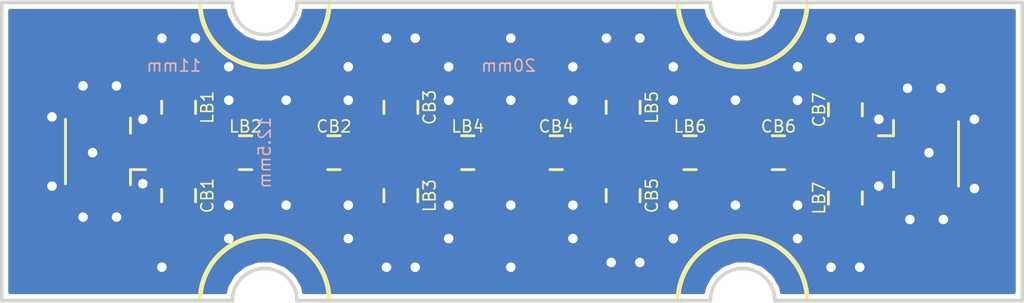
<source format=kicad_pcb>
(kicad_pcb (version 20171130) (host pcbnew "(5.0.1-3-g963ef8bb5)")

  (general
    (thickness 1.6)
    (drawings 19)
    (tracks 92)
    (zones 0)
    (modules 16)
    (nets 9)
  )

  (page A4)
  (layers
    (0 F.Cu signal)
    (31 B.Cu signal)
    (32 B.Adhes user)
    (33 F.Adhes user)
    (34 B.Paste user)
    (35 F.Paste user)
    (36 B.SilkS user)
    (37 F.SilkS user)
    (38 B.Mask user)
    (39 F.Mask user)
    (40 Dwgs.User user)
    (41 Cmts.User user)
    (42 Eco1.User user)
    (43 Eco2.User user)
    (44 Edge.Cuts user)
    (45 Margin user)
    (46 B.CrtYd user)
    (47 F.CrtYd user)
    (48 B.Fab user)
    (49 F.Fab user)
  )

  (setup
    (last_trace_width 0.32)
    (trace_clearance 0.2)
    (zone_clearance 0.2)
    (zone_45_only no)
    (trace_min 0.2)
    (segment_width 0.2)
    (edge_width 0.15)
    (via_size 0.8)
    (via_drill 0.4)
    (via_min_size 0.4)
    (via_min_drill 0.3)
    (uvia_size 0.3)
    (uvia_drill 0.1)
    (uvias_allowed no)
    (uvia_min_size 0.2)
    (uvia_min_drill 0.1)
    (pcb_text_width 0.3)
    (pcb_text_size 1.5 1.5)
    (mod_edge_width 0.15)
    (mod_text_size 1 1)
    (mod_text_width 0.15)
    (pad_size 1.05 1)
    (pad_drill 0)
    (pad_to_mask_clearance 0.051)
    (solder_mask_min_width 0.25)
    (aux_axis_origin 0 0)
    (visible_elements FFFFFF7F)
    (pcbplotparams
      (layerselection 0x010fc_ffffffff)
      (usegerberextensions false)
      (usegerberattributes false)
      (usegerberadvancedattributes false)
      (creategerberjobfile false)
      (excludeedgelayer true)
      (linewidth 0.050000)
      (plotframeref false)
      (viasonmask false)
      (mode 1)
      (useauxorigin false)
      (hpglpennumber 1)
      (hpglpenspeed 20)
      (hpglpendiameter 15.000000)
      (psnegative false)
      (psa4output false)
      (plotreference true)
      (plotvalue true)
      (plotinvisibletext false)
      (padsonsilk false)
      (subtractmaskfromsilk false)
      (outputformat 1)
      (mirror false)
      (drillshape 1)
      (scaleselection 1)
      (outputdirectory ""))
  )

  (net 0 "")
  (net 1 "Net-(CB1-Pad1)")
  (net 2 GND)
  (net 3 "Net-(CB2-Pad2)")
  (net 4 "Net-(CB2-Pad1)")
  (net 5 "Net-(CB4-Pad1)")
  (net 6 "Net-(CB4-Pad2)")
  (net 7 "Net-(CB6-Pad2)")
  (net 8 "Net-(CB6-Pad1)")

  (net_class Default "This is the default net class."
    (clearance 0.2)
    (trace_width 0.32)
    (via_dia 0.8)
    (via_drill 0.4)
    (uvia_dia 0.3)
    (uvia_drill 0.1)
    (add_net GND)
    (add_net "Net-(CB1-Pad1)")
    (add_net "Net-(CB2-Pad1)")
    (add_net "Net-(CB2-Pad2)")
    (add_net "Net-(CB4-Pad1)")
    (add_net "Net-(CB4-Pad2)")
    (add_net "Net-(CB6-Pad1)")
    (add_net "Net-(CB6-Pad2)")
  )

  (module Connector_Coaxial:U.FL_Hirose_U.FL-R-SMT-1_Vertical (layer F.Cu) (tedit 5C758015) (tstamp 5C76EB4E)
    (at 54.6 50.85 180)
    (descr "Hirose U.FL Coaxial https://www.hirose.com/product/en/products/U.FL/U.FL-R-SMT-1%2810%29/")
    (tags "Hirose U.FL Coaxial")
    (attr smd)
    (fp_text reference REF** (at 0.475 -3.2 180) (layer F.SilkS) hide
      (effects (font (size 1 1) (thickness 0.15)))
    )
    (fp_text value U.FL_Hirose_U.FL-R-SMT-1_Vertical (at 0.475 3.2 180) (layer F.Fab) hide
      (effects (font (size 1 1) (thickness 0.15)))
    )
    (fp_text user %R (at 0.475 0 270) (layer F.Fab) hide
      (effects (font (size 0.6 0.6) (thickness 0.09)))
    )
    (fp_line (start -2.02 1) (end -2.02 -1) (layer F.CrtYd) (width 0.05))
    (fp_line (start -1.32 1) (end -2.02 1) (layer F.CrtYd) (width 0.05))
    (fp_line (start 2.08 1.8) (end 2.28 1.8) (layer F.CrtYd) (width 0.05))
    (fp_line (start 2.08 2.5) (end 2.08 1.8) (layer F.CrtYd) (width 0.05))
    (fp_line (start 2.28 1.8) (end 2.28 -1.8) (layer F.CrtYd) (width 0.05))
    (fp_line (start -1.32 1.8) (end -1.12 1.8) (layer F.CrtYd) (width 0.05))
    (fp_line (start -1.12 2.5) (end -1.12 1.8) (layer F.CrtYd) (width 0.05))
    (fp_line (start 2.08 2.5) (end -1.12 2.5) (layer F.CrtYd) (width 0.05))
    (fp_line (start 1.835 -1.35) (end 1.835 1.35) (layer F.SilkS) (width 0.12))
    (fp_line (start -0.885 -0.76) (end -1.515 -0.76) (layer F.SilkS) (width 0.12))
    (fp_line (start -0.885 1.4) (end -0.885 0.76) (layer F.SilkS) (width 0.12))
    (fp_line (start -0.925 -0.3) (end -1.075 -0.15) (layer F.Fab) (width 0.1))
    (fp_line (start 1.775 -1.3) (end 1.375 -1.3) (layer F.Fab) (width 0.1))
    (fp_line (start 1.375 -1.5) (end 1.375 -1.3) (layer F.Fab) (width 0.1))
    (fp_line (start -0.425 -1.5) (end 1.375 -1.5) (layer F.Fab) (width 0.1))
    (fp_line (start 1.775 -1.3) (end 1.775 1.3) (layer F.Fab) (width 0.1))
    (fp_line (start 1.775 1.3) (end 1.375 1.3) (layer F.Fab) (width 0.1))
    (fp_line (start 1.375 1.5) (end 1.375 1.3) (layer F.Fab) (width 0.1))
    (fp_line (start -0.425 1.5) (end 1.375 1.5) (layer F.Fab) (width 0.1))
    (fp_line (start -0.425 -1.3) (end -0.825 -1.3) (layer F.Fab) (width 0.1))
    (fp_line (start -0.425 -1.5) (end -0.425 -1.3) (layer F.Fab) (width 0.1))
    (fp_line (start -0.825 -0.3) (end -0.825 -1.3) (layer F.Fab) (width 0.1))
    (fp_line (start -0.925 -0.3) (end -0.825 -0.3) (layer F.Fab) (width 0.1))
    (fp_line (start -1.075 0.3) (end -1.075 -0.15) (layer F.Fab) (width 0.1))
    (fp_line (start -1.075 0.3) (end -0.825 0.3) (layer F.Fab) (width 0.1))
    (fp_line (start -0.825 0.3) (end -0.825 1.3) (layer F.Fab) (width 0.1))
    (fp_line (start -0.425 1.3) (end -0.825 1.3) (layer F.Fab) (width 0.1))
    (fp_line (start -0.425 1.5) (end -0.425 1.3) (layer F.Fab) (width 0.1))
    (fp_line (start -0.885 -1.4) (end -0.885 -0.76) (layer F.SilkS) (width 0.12))
    (fp_line (start 2.08 -1.8) (end 2.28 -1.8) (layer F.CrtYd) (width 0.05))
    (fp_line (start 2.08 -1.8) (end 2.08 -2.5) (layer F.CrtYd) (width 0.05))
    (fp_line (start -1.32 -1) (end -1.32 -1.8) (layer F.CrtYd) (width 0.05))
    (fp_line (start 2.08 -2.5) (end -1.12 -2.5) (layer F.CrtYd) (width 0.05))
    (fp_line (start -1.12 -1.8) (end -1.12 -2.5) (layer F.CrtYd) (width 0.05))
    (fp_line (start -1.32 -1.8) (end -1.12 -1.8) (layer F.CrtYd) (width 0.05))
    (fp_line (start -1.32 1.8) (end -1.32 1) (layer F.CrtYd) (width 0.05))
    (fp_line (start -1.32 -1) (end -2.02 -1) (layer F.CrtYd) (width 0.05))
    (pad 2 smd rect (at 0.475 1.475 180) (size 2.2 1.05) (layers F.Cu F.Paste F.Mask))
    (pad 1 smd rect (at -1.05 0 180) (size 1.05 1) (layers F.Cu F.Paste F.Mask)
      (net 1 "Net-(CB1-Pad1)"))
    (pad 2 smd rect (at 0.475 -1.475 180) (size 2.2 1.05) (layers F.Cu F.Paste F.Mask))
    (model ${KISYS3DMOD}/Connector_Coaxial.3dshapes/U.FL_Hirose_U.FL-R-SMT-1_Vertical.wrl
      (offset (xyz 0.4749999928262157 0 0))
      (scale (xyz 1 1 1))
      (rotate (xyz 0 0 0))
    )
  )

  (module Connector_Coaxial:U.FL_Hirose_U.FL-R-SMT-1_Vertical (layer F.Cu) (tedit 5C757F12) (tstamp 5C76E4BC)
    (at 88.3 50.95)
    (descr "Hirose U.FL Coaxial https://www.hirose.com/product/en/products/U.FL/U.FL-R-SMT-1%2810%29/")
    (tags "Hirose U.FL Coaxial")
    (attr smd)
    (fp_text reference REF** (at 0.475 -3.2) (layer F.SilkS) hide
      (effects (font (size 1 1) (thickness 0.15)))
    )
    (fp_text value U.FL_Hirose_U.FL-R-SMT-1_Vertical (at 0.475 3.2) (layer F.Fab) hide
      (effects (font (size 1 1) (thickness 0.15)))
    )
    (fp_line (start -1.32 -1) (end -2.02 -1) (layer F.CrtYd) (width 0.05))
    (fp_line (start -1.32 1.8) (end -1.32 1) (layer F.CrtYd) (width 0.05))
    (fp_line (start -1.32 -1.8) (end -1.12 -1.8) (layer F.CrtYd) (width 0.05))
    (fp_line (start -1.12 -1.8) (end -1.12 -2.5) (layer F.CrtYd) (width 0.05))
    (fp_line (start 2.08 -2.5) (end -1.12 -2.5) (layer F.CrtYd) (width 0.05))
    (fp_line (start -1.32 -1) (end -1.32 -1.8) (layer F.CrtYd) (width 0.05))
    (fp_line (start 2.08 -1.8) (end 2.08 -2.5) (layer F.CrtYd) (width 0.05))
    (fp_line (start 2.08 -1.8) (end 2.28 -1.8) (layer F.CrtYd) (width 0.05))
    (fp_line (start -0.885 -1.4) (end -0.885 -0.76) (layer F.SilkS) (width 0.12))
    (fp_line (start -0.425 1.5) (end -0.425 1.3) (layer F.Fab) (width 0.1))
    (fp_line (start -0.425 1.3) (end -0.825 1.3) (layer F.Fab) (width 0.1))
    (fp_line (start -0.825 0.3) (end -0.825 1.3) (layer F.Fab) (width 0.1))
    (fp_line (start -1.075 0.3) (end -0.825 0.3) (layer F.Fab) (width 0.1))
    (fp_line (start -1.075 0.3) (end -1.075 -0.15) (layer F.Fab) (width 0.1))
    (fp_line (start -0.925 -0.3) (end -0.825 -0.3) (layer F.Fab) (width 0.1))
    (fp_line (start -0.825 -0.3) (end -0.825 -1.3) (layer F.Fab) (width 0.1))
    (fp_line (start -0.425 -1.5) (end -0.425 -1.3) (layer F.Fab) (width 0.1))
    (fp_line (start -0.425 -1.3) (end -0.825 -1.3) (layer F.Fab) (width 0.1))
    (fp_line (start -0.425 1.5) (end 1.375 1.5) (layer F.Fab) (width 0.1))
    (fp_line (start 1.375 1.5) (end 1.375 1.3) (layer F.Fab) (width 0.1))
    (fp_line (start 1.775 1.3) (end 1.375 1.3) (layer F.Fab) (width 0.1))
    (fp_line (start 1.775 -1.3) (end 1.775 1.3) (layer F.Fab) (width 0.1))
    (fp_line (start -0.425 -1.5) (end 1.375 -1.5) (layer F.Fab) (width 0.1))
    (fp_line (start 1.375 -1.5) (end 1.375 -1.3) (layer F.Fab) (width 0.1))
    (fp_line (start 1.775 -1.3) (end 1.375 -1.3) (layer F.Fab) (width 0.1))
    (fp_line (start -0.925 -0.3) (end -1.075 -0.15) (layer F.Fab) (width 0.1))
    (fp_line (start -0.885 1.4) (end -0.885 0.76) (layer F.SilkS) (width 0.12))
    (fp_line (start -0.885 -0.76) (end -1.515 -0.76) (layer F.SilkS) (width 0.12))
    (fp_line (start 1.835 -1.35) (end 1.835 1.35) (layer F.SilkS) (width 0.12))
    (fp_line (start 2.08 2.5) (end -1.12 2.5) (layer F.CrtYd) (width 0.05))
    (fp_line (start -1.12 2.5) (end -1.12 1.8) (layer F.CrtYd) (width 0.05))
    (fp_line (start -1.32 1.8) (end -1.12 1.8) (layer F.CrtYd) (width 0.05))
    (fp_line (start 2.28 1.8) (end 2.28 -1.8) (layer F.CrtYd) (width 0.05))
    (fp_line (start 2.08 2.5) (end 2.08 1.8) (layer F.CrtYd) (width 0.05))
    (fp_line (start 2.08 1.8) (end 2.28 1.8) (layer F.CrtYd) (width 0.05))
    (fp_line (start -1.32 1) (end -2.02 1) (layer F.CrtYd) (width 0.05))
    (fp_line (start -2.02 1) (end -2.02 -1) (layer F.CrtYd) (width 0.05))
    (fp_text user %R (at 0.475 0 90) (layer F.Fab) hide
      (effects (font (size 0.6 0.6) (thickness 0.09)))
    )
    (pad 2 smd rect (at 0.475 -1.475) (size 2.2 1.05) (layers F.Cu F.Paste F.Mask))
    (pad 1 smd rect (at -1.05 0) (size 1.05 1) (layers F.Cu F.Paste F.Mask)
      (net 8 "Net-(CB6-Pad1)"))
    (pad 2 smd rect (at 0.475 1.475) (size 2.2 1.05) (layers F.Cu F.Paste F.Mask))
    (model ${KISYS3DMOD}/Connector_Coaxial.3dshapes/U.FL_Hirose_U.FL-R-SMT-1_Vertical.wrl
      (offset (xyz 0.4749999928262157 0 0))
      (scale (xyz 1 1 1))
      (rotate (xyz 0 0 0))
    )
  )

  (module Capacitor_SMD:C_0805_2012Metric_Pad1.15x1.40mm_HandSolder (layer F.Cu) (tedit 5C750C64) (tstamp 5C818E19)
    (at 57.5 52.7 270)
    (descr "Capacitor SMD 0805 (2012 Metric), square (rectangular) end terminal, IPC_7351 nominal with elongated pad for handsoldering. (Body size source: https://docs.google.com/spreadsheets/d/1BsfQQcO9C6DZCsRaXUlFlo91Tg2WpOkGARC1WS5S8t0/edit?usp=sharing), generated with kicad-footprint-generator")
    (tags "capacitor handsolder")
    (path /5C7504AF)
    (attr smd)
    (fp_text reference CB1 (at 0 -1.2 270) (layer F.SilkS)
      (effects (font (size 0.5 0.5) (thickness 0.07)))
    )
    (fp_text value C (at 0 1.65 270) (layer F.Fab) hide
      (effects (font (size 1 1) (thickness 0.15)))
    )
    (fp_line (start -1 0.6) (end -1 -0.6) (layer F.Fab) (width 0.1))
    (fp_line (start -1 -0.6) (end 1 -0.6) (layer F.Fab) (width 0.1))
    (fp_line (start 1 -0.6) (end 1 0.6) (layer F.Fab) (width 0.1))
    (fp_line (start 1 0.6) (end -1 0.6) (layer F.Fab) (width 0.1))
    (fp_line (start -0.261252 -0.71) (end 0.261252 -0.71) (layer F.SilkS) (width 0.12))
    (fp_line (start -0.261252 0.71) (end 0.261252 0.71) (layer F.SilkS) (width 0.12))
    (fp_line (start -1.85 0.95) (end -1.85 -0.95) (layer F.CrtYd) (width 0.05))
    (fp_line (start -1.85 -0.95) (end 1.85 -0.95) (layer F.CrtYd) (width 0.05))
    (fp_line (start 1.85 -0.95) (end 1.85 0.95) (layer F.CrtYd) (width 0.05))
    (fp_line (start 1.85 0.95) (end -1.85 0.95) (layer F.CrtYd) (width 0.05))
    (fp_text user %R (at 0 0 270) (layer F.Fab) hide
      (effects (font (size 0.5 0.5) (thickness 0.08)))
    )
    (pad 1 smd roundrect (at -1.025 0 270) (size 1.15 1.4) (layers F.Cu F.Paste F.Mask) (roundrect_rratio 0.217391)
      (net 1 "Net-(CB1-Pad1)"))
    (pad 2 smd roundrect (at 1.025 0 270) (size 1.15 1.4) (layers F.Cu F.Paste F.Mask) (roundrect_rratio 0.217391)
      (net 2 GND))
    (model ${KISYS3DMOD}/Capacitor_SMD.3dshapes/C_0805_2012Metric.wrl
      (at (xyz 0 0 0))
      (scale (xyz 1 1 1))
      (rotate (xyz 0 0 0))
    )
  )

  (module Capacitor_SMD:C_0805_2012Metric_Pad1.15x1.40mm_HandSolder (layer F.Cu) (tedit 5C750CC2) (tstamp 5C818E2A)
    (at 64 50.9 180)
    (descr "Capacitor SMD 0805 (2012 Metric), square (rectangular) end terminal, IPC_7351 nominal with elongated pad for handsoldering. (Body size source: https://docs.google.com/spreadsheets/d/1BsfQQcO9C6DZCsRaXUlFlo91Tg2WpOkGARC1WS5S8t0/edit?usp=sharing), generated with kicad-footprint-generator")
    (tags "capacitor handsolder")
    (path /5C750543)
    (attr smd)
    (fp_text reference CB2 (at 0 1.1 180) (layer F.SilkS)
      (effects (font (size 0.5 0.5) (thickness 0.07)))
    )
    (fp_text value C (at 0 1.65 180) (layer F.Fab) hide
      (effects (font (size 1 1) (thickness 0.15)))
    )
    (fp_text user %R (at 0 0 180) (layer F.Fab) hide
      (effects (font (size 0.5 0.5) (thickness 0.08)))
    )
    (fp_line (start 1.85 0.95) (end -1.85 0.95) (layer F.CrtYd) (width 0.05))
    (fp_line (start 1.85 -0.95) (end 1.85 0.95) (layer F.CrtYd) (width 0.05))
    (fp_line (start -1.85 -0.95) (end 1.85 -0.95) (layer F.CrtYd) (width 0.05))
    (fp_line (start -1.85 0.95) (end -1.85 -0.95) (layer F.CrtYd) (width 0.05))
    (fp_line (start -0.261252 0.71) (end 0.261252 0.71) (layer F.SilkS) (width 0.12))
    (fp_line (start -0.261252 -0.71) (end 0.261252 -0.71) (layer F.SilkS) (width 0.12))
    (fp_line (start 1 0.6) (end -1 0.6) (layer F.Fab) (width 0.1))
    (fp_line (start 1 -0.6) (end 1 0.6) (layer F.Fab) (width 0.1))
    (fp_line (start -1 -0.6) (end 1 -0.6) (layer F.Fab) (width 0.1))
    (fp_line (start -1 0.6) (end -1 -0.6) (layer F.Fab) (width 0.1))
    (pad 2 smd roundrect (at 1.025 0 180) (size 1.15 1.4) (layers F.Cu F.Paste F.Mask) (roundrect_rratio 0.217391)
      (net 3 "Net-(CB2-Pad2)"))
    (pad 1 smd roundrect (at -1.025 0 180) (size 1.15 1.4) (layers F.Cu F.Paste F.Mask) (roundrect_rratio 0.217391)
      (net 4 "Net-(CB2-Pad1)"))
    (model ${KISYS3DMOD}/Capacitor_SMD.3dshapes/C_0805_2012Metric.wrl
      (at (xyz 0 0 0))
      (scale (xyz 1 1 1))
      (rotate (xyz 0 0 0))
    )
  )

  (module Capacitor_SMD:C_0805_2012Metric_Pad1.15x1.40mm_HandSolder (layer F.Cu) (tedit 5C750CDD) (tstamp 5C818E3B)
    (at 66.8 49 90)
    (descr "Capacitor SMD 0805 (2012 Metric), square (rectangular) end terminal, IPC_7351 nominal with elongated pad for handsoldering. (Body size source: https://docs.google.com/spreadsheets/d/1BsfQQcO9C6DZCsRaXUlFlo91Tg2WpOkGARC1WS5S8t0/edit?usp=sharing), generated with kicad-footprint-generator")
    (tags "capacitor handsolder")
    (path /5C75AA28)
    (attr smd)
    (fp_text reference CB3 (at 0 1.2 90) (layer F.SilkS)
      (effects (font (size 0.5 0.5) (thickness 0.07)))
    )
    (fp_text value C (at 0 1.65 90) (layer F.Fab) hide
      (effects (font (size 1 1) (thickness 0.15)))
    )
    (fp_line (start -1 0.6) (end -1 -0.6) (layer F.Fab) (width 0.1))
    (fp_line (start -1 -0.6) (end 1 -0.6) (layer F.Fab) (width 0.1))
    (fp_line (start 1 -0.6) (end 1 0.6) (layer F.Fab) (width 0.1))
    (fp_line (start 1 0.6) (end -1 0.6) (layer F.Fab) (width 0.1))
    (fp_line (start -0.261252 -0.71) (end 0.261252 -0.71) (layer F.SilkS) (width 0.12))
    (fp_line (start -0.261252 0.71) (end 0.261252 0.71) (layer F.SilkS) (width 0.12))
    (fp_line (start -1.85 0.95) (end -1.85 -0.95) (layer F.CrtYd) (width 0.05))
    (fp_line (start -1.85 -0.95) (end 1.85 -0.95) (layer F.CrtYd) (width 0.05))
    (fp_line (start 1.85 -0.95) (end 1.85 0.95) (layer F.CrtYd) (width 0.05))
    (fp_line (start 1.85 0.95) (end -1.85 0.95) (layer F.CrtYd) (width 0.05))
    (fp_text user %R (at 0 0 90) (layer F.Fab) hide
      (effects (font (size 0.5 0.5) (thickness 0.08)))
    )
    (pad 1 smd roundrect (at -1.025 0 90) (size 1.15 1.4) (layers F.Cu F.Paste F.Mask) (roundrect_rratio 0.217391)
      (net 4 "Net-(CB2-Pad1)"))
    (pad 2 smd roundrect (at 1.025 0 90) (size 1.15 1.4) (layers F.Cu F.Paste F.Mask) (roundrect_rratio 0.217391)
      (net 2 GND))
    (model ${KISYS3DMOD}/Capacitor_SMD.3dshapes/C_0805_2012Metric.wrl
      (at (xyz 0 0 0))
      (scale (xyz 1 1 1))
      (rotate (xyz 0 0 0))
    )
  )

  (module Capacitor_SMD:C_0805_2012Metric_Pad1.15x1.40mm_HandSolder (layer F.Cu) (tedit 5C75104E) (tstamp 5C818E4C)
    (at 73.3 50.9 180)
    (descr "Capacitor SMD 0805 (2012 Metric), square (rectangular) end terminal, IPC_7351 nominal with elongated pad for handsoldering. (Body size source: https://docs.google.com/spreadsheets/d/1BsfQQcO9C6DZCsRaXUlFlo91Tg2WpOkGARC1WS5S8t0/edit?usp=sharing), generated with kicad-footprint-generator")
    (tags "capacitor handsolder")
    (path /5C75C952)
    (attr smd)
    (fp_text reference CB4 (at 0 1.1 180) (layer F.SilkS)
      (effects (font (size 0.5 0.5) (thickness 0.07)))
    )
    (fp_text value C (at 0 1.65 180) (layer F.Fab) hide
      (effects (font (size 1 1) (thickness 0.15)))
    )
    (fp_line (start -1 0.6) (end -1 -0.6) (layer F.Fab) (width 0.1))
    (fp_line (start -1 -0.6) (end 1 -0.6) (layer F.Fab) (width 0.1))
    (fp_line (start 1 -0.6) (end 1 0.6) (layer F.Fab) (width 0.1))
    (fp_line (start 1 0.6) (end -1 0.6) (layer F.Fab) (width 0.1))
    (fp_line (start -0.261252 -0.71) (end 0.261252 -0.71) (layer F.SilkS) (width 0.12))
    (fp_line (start -0.261252 0.71) (end 0.261252 0.71) (layer F.SilkS) (width 0.12))
    (fp_line (start -1.85 0.95) (end -1.85 -0.95) (layer F.CrtYd) (width 0.05))
    (fp_line (start -1.85 -0.95) (end 1.85 -0.95) (layer F.CrtYd) (width 0.05))
    (fp_line (start 1.85 -0.95) (end 1.85 0.95) (layer F.CrtYd) (width 0.05))
    (fp_line (start 1.85 0.95) (end -1.85 0.95) (layer F.CrtYd) (width 0.05))
    (fp_text user %R (at 0 0 180) (layer F.Fab) hide
      (effects (font (size 0.5 0.5) (thickness 0.08)))
    )
    (pad 1 smd roundrect (at -1.025 0 180) (size 1.15 1.4) (layers F.Cu F.Paste F.Mask) (roundrect_rratio 0.217391)
      (net 5 "Net-(CB4-Pad1)"))
    (pad 2 smd roundrect (at 1.025 0 180) (size 1.15 1.4) (layers F.Cu F.Paste F.Mask) (roundrect_rratio 0.217391)
      (net 6 "Net-(CB4-Pad2)"))
    (model ${KISYS3DMOD}/Capacitor_SMD.3dshapes/C_0805_2012Metric.wrl
      (at (xyz 0 0 0))
      (scale (xyz 1 1 1))
      (rotate (xyz 0 0 0))
    )
  )

  (module Capacitor_SMD:C_0805_2012Metric_Pad1.15x1.40mm_HandSolder (layer F.Cu) (tedit 5C751053) (tstamp 5C818E5D)
    (at 76.1 52.7 270)
    (descr "Capacitor SMD 0805 (2012 Metric), square (rectangular) end terminal, IPC_7351 nominal with elongated pad for handsoldering. (Body size source: https://docs.google.com/spreadsheets/d/1BsfQQcO9C6DZCsRaXUlFlo91Tg2WpOkGARC1WS5S8t0/edit?usp=sharing), generated with kicad-footprint-generator")
    (tags "capacitor handsolder")
    (path /5C75AA5B)
    (attr smd)
    (fp_text reference CB5 (at 0 -1.2 270) (layer F.SilkS)
      (effects (font (size 0.5 0.5) (thickness 0.07)))
    )
    (fp_text value C (at 0 1.65 270) (layer F.Fab) hide
      (effects (font (size 1 1) (thickness 0.15)))
    )
    (fp_text user %R (at 0 0 270) (layer F.Fab) hide
      (effects (font (size 0.5 0.5) (thickness 0.08)))
    )
    (fp_line (start 1.85 0.95) (end -1.85 0.95) (layer F.CrtYd) (width 0.05))
    (fp_line (start 1.85 -0.95) (end 1.85 0.95) (layer F.CrtYd) (width 0.05))
    (fp_line (start -1.85 -0.95) (end 1.85 -0.95) (layer F.CrtYd) (width 0.05))
    (fp_line (start -1.85 0.95) (end -1.85 -0.95) (layer F.CrtYd) (width 0.05))
    (fp_line (start -0.261252 0.71) (end 0.261252 0.71) (layer F.SilkS) (width 0.12))
    (fp_line (start -0.261252 -0.71) (end 0.261252 -0.71) (layer F.SilkS) (width 0.12))
    (fp_line (start 1 0.6) (end -1 0.6) (layer F.Fab) (width 0.1))
    (fp_line (start 1 -0.6) (end 1 0.6) (layer F.Fab) (width 0.1))
    (fp_line (start -1 -0.6) (end 1 -0.6) (layer F.Fab) (width 0.1))
    (fp_line (start -1 0.6) (end -1 -0.6) (layer F.Fab) (width 0.1))
    (pad 2 smd roundrect (at 1.025 0 270) (size 1.15 1.4) (layers F.Cu F.Paste F.Mask) (roundrect_rratio 0.217391)
      (net 2 GND))
    (pad 1 smd roundrect (at -1.025 0 270) (size 1.15 1.4) (layers F.Cu F.Paste F.Mask) (roundrect_rratio 0.217391)
      (net 5 "Net-(CB4-Pad1)"))
    (model ${KISYS3DMOD}/Capacitor_SMD.3dshapes/C_0805_2012Metric.wrl
      (at (xyz 0 0 0))
      (scale (xyz 1 1 1))
      (rotate (xyz 0 0 0))
    )
  )

  (module Capacitor_SMD:C_0805_2012Metric_Pad1.15x1.40mm_HandSolder (layer F.Cu) (tedit 5C751067) (tstamp 5C818E6E)
    (at 82.6 50.9 180)
    (descr "Capacitor SMD 0805 (2012 Metric), square (rectangular) end terminal, IPC_7351 nominal with elongated pad for handsoldering. (Body size source: https://docs.google.com/spreadsheets/d/1BsfQQcO9C6DZCsRaXUlFlo91Tg2WpOkGARC1WS5S8t0/edit?usp=sharing), generated with kicad-footprint-generator")
    (tags "capacitor handsolder")
    (path /5C75C9C3)
    (attr smd)
    (fp_text reference CB6 (at 0 1.1 180) (layer F.SilkS)
      (effects (font (size 0.5 0.5) (thickness 0.07)))
    )
    (fp_text value C (at 0 1.65 180) (layer F.Fab) hide
      (effects (font (size 1 1) (thickness 0.15)))
    )
    (fp_text user %R (at 0 0 180) (layer F.Fab) hide
      (effects (font (size 0.5 0.5) (thickness 0.08)))
    )
    (fp_line (start 1.85 0.95) (end -1.85 0.95) (layer F.CrtYd) (width 0.05))
    (fp_line (start 1.85 -0.95) (end 1.85 0.95) (layer F.CrtYd) (width 0.05))
    (fp_line (start -1.85 -0.95) (end 1.85 -0.95) (layer F.CrtYd) (width 0.05))
    (fp_line (start -1.85 0.95) (end -1.85 -0.95) (layer F.CrtYd) (width 0.05))
    (fp_line (start -0.261252 0.71) (end 0.261252 0.71) (layer F.SilkS) (width 0.12))
    (fp_line (start -0.261252 -0.71) (end 0.261252 -0.71) (layer F.SilkS) (width 0.12))
    (fp_line (start 1 0.6) (end -1 0.6) (layer F.Fab) (width 0.1))
    (fp_line (start 1 -0.6) (end 1 0.6) (layer F.Fab) (width 0.1))
    (fp_line (start -1 -0.6) (end 1 -0.6) (layer F.Fab) (width 0.1))
    (fp_line (start -1 0.6) (end -1 -0.6) (layer F.Fab) (width 0.1))
    (pad 2 smd roundrect (at 1.025 0 180) (size 1.15 1.4) (layers F.Cu F.Paste F.Mask) (roundrect_rratio 0.217391)
      (net 7 "Net-(CB6-Pad2)"))
    (pad 1 smd roundrect (at -1.025 0 180) (size 1.15 1.4) (layers F.Cu F.Paste F.Mask) (roundrect_rratio 0.217391)
      (net 8 "Net-(CB6-Pad1)"))
    (model ${KISYS3DMOD}/Capacitor_SMD.3dshapes/C_0805_2012Metric.wrl
      (at (xyz 0 0 0))
      (scale (xyz 1 1 1))
      (rotate (xyz 0 0 0))
    )
  )

  (module Inductor_SMD:L_0805_2012Metric_Pad1.15x1.40mm_HandSolder (layer F.Cu) (tedit 5C750C72) (tstamp 5C818F4F)
    (at 57.5 49 90)
    (descr "Capacitor SMD 0805 (2012 Metric), square (rectangular) end terminal, IPC_7351 nominal with elongated pad for handsoldering. (Body size source: https://docs.google.com/spreadsheets/d/1BsfQQcO9C6DZCsRaXUlFlo91Tg2WpOkGARC1WS5S8t0/edit?usp=sharing), generated with kicad-footprint-generator")
    (tags "inductor handsolder")
    (path /5C75045A)
    (attr smd)
    (fp_text reference LB1 (at 0 1.2 90) (layer F.SilkS)
      (effects (font (size 0.5 0.5) (thickness 0.07)))
    )
    (fp_text value L (at 0 1.65 90) (layer F.Fab) hide
      (effects (font (size 1 1) (thickness 0.15)))
    )
    (fp_line (start -1 0.6) (end -1 -0.6) (layer F.Fab) (width 0.1))
    (fp_line (start -1 -0.6) (end 1 -0.6) (layer F.Fab) (width 0.1))
    (fp_line (start 1 -0.6) (end 1 0.6) (layer F.Fab) (width 0.1))
    (fp_line (start 1 0.6) (end -1 0.6) (layer F.Fab) (width 0.1))
    (fp_line (start -0.261252 -0.71) (end 0.261252 -0.71) (layer F.SilkS) (width 0.12))
    (fp_line (start -0.261252 0.71) (end 0.261252 0.71) (layer F.SilkS) (width 0.12))
    (fp_line (start -1.85 0.95) (end -1.85 -0.95) (layer F.CrtYd) (width 0.05))
    (fp_line (start -1.85 -0.95) (end 1.85 -0.95) (layer F.CrtYd) (width 0.05))
    (fp_line (start 1.85 -0.95) (end 1.85 0.95) (layer F.CrtYd) (width 0.05))
    (fp_line (start 1.85 0.95) (end -1.85 0.95) (layer F.CrtYd) (width 0.05))
    (fp_text user %R (at 0 0 90) (layer F.Fab) hide
      (effects (font (size 0.5 0.5) (thickness 0.08)))
    )
    (pad 1 smd roundrect (at -1.025 0 90) (size 1.15 1.4) (layers F.Cu F.Paste F.Mask) (roundrect_rratio 0.217391)
      (net 1 "Net-(CB1-Pad1)"))
    (pad 2 smd roundrect (at 1.025 0 90) (size 1.15 1.4) (layers F.Cu F.Paste F.Mask) (roundrect_rratio 0.217391)
      (net 2 GND))
    (model ${KISYS3DMOD}/Inductor_SMD.3dshapes/L_0805_2012Metric.wrl
      (at (xyz 0 0 0))
      (scale (xyz 1 1 1))
      (rotate (xyz 0 0 0))
    )
  )

  (module Inductor_SMD:L_0805_2012Metric_Pad1.15x1.40mm_HandSolder (layer F.Cu) (tedit 5C750C6A) (tstamp 5C818F60)
    (at 60.3 50.9)
    (descr "Capacitor SMD 0805 (2012 Metric), square (rectangular) end terminal, IPC_7351 nominal with elongated pad for handsoldering. (Body size source: https://docs.google.com/spreadsheets/d/1BsfQQcO9C6DZCsRaXUlFlo91Tg2WpOkGARC1WS5S8t0/edit?usp=sharing), generated with kicad-footprint-generator")
    (tags "inductor handsolder")
    (path /5C75059B)
    (attr smd)
    (fp_text reference LB2 (at 0 -1.1) (layer F.SilkS)
      (effects (font (size 0.5 0.5) (thickness 0.07)))
    )
    (fp_text value L (at 0 1.65) (layer F.Fab) hide
      (effects (font (size 1 1) (thickness 0.15)))
    )
    (fp_text user %R (at 0 0) (layer F.Fab) hide
      (effects (font (size 0.5 0.5) (thickness 0.08)))
    )
    (fp_line (start 1.85 0.95) (end -1.85 0.95) (layer F.CrtYd) (width 0.05))
    (fp_line (start 1.85 -0.95) (end 1.85 0.95) (layer F.CrtYd) (width 0.05))
    (fp_line (start -1.85 -0.95) (end 1.85 -0.95) (layer F.CrtYd) (width 0.05))
    (fp_line (start -1.85 0.95) (end -1.85 -0.95) (layer F.CrtYd) (width 0.05))
    (fp_line (start -0.261252 0.71) (end 0.261252 0.71) (layer F.SilkS) (width 0.12))
    (fp_line (start -0.261252 -0.71) (end 0.261252 -0.71) (layer F.SilkS) (width 0.12))
    (fp_line (start 1 0.6) (end -1 0.6) (layer F.Fab) (width 0.1))
    (fp_line (start 1 -0.6) (end 1 0.6) (layer F.Fab) (width 0.1))
    (fp_line (start -1 -0.6) (end 1 -0.6) (layer F.Fab) (width 0.1))
    (fp_line (start -1 0.6) (end -1 -0.6) (layer F.Fab) (width 0.1))
    (pad 2 smd roundrect (at 1.025 0) (size 1.15 1.4) (layers F.Cu F.Paste F.Mask) (roundrect_rratio 0.217391)
      (net 3 "Net-(CB2-Pad2)"))
    (pad 1 smd roundrect (at -1.025 0) (size 1.15 1.4) (layers F.Cu F.Paste F.Mask) (roundrect_rratio 0.217391)
      (net 1 "Net-(CB1-Pad1)"))
    (model ${KISYS3DMOD}/Inductor_SMD.3dshapes/L_0805_2012Metric.wrl
      (at (xyz 0 0 0))
      (scale (xyz 1 1 1))
      (rotate (xyz 0 0 0))
    )
  )

  (module Inductor_SMD:L_0805_2012Metric_Pad1.15x1.40mm_HandSolder (layer F.Cu) (tedit 5C750CCD) (tstamp 5C818F71)
    (at 66.8 52.7 270)
    (descr "Capacitor SMD 0805 (2012 Metric), square (rectangular) end terminal, IPC_7351 nominal with elongated pad for handsoldering. (Body size source: https://docs.google.com/spreadsheets/d/1BsfQQcO9C6DZCsRaXUlFlo91Tg2WpOkGARC1WS5S8t0/edit?usp=sharing), generated with kicad-footprint-generator")
    (tags "inductor handsolder")
    (path /5C75A9C2)
    (attr smd)
    (fp_text reference LB3 (at 0 -1.2 270) (layer F.SilkS)
      (effects (font (size 0.5 0.5) (thickness 0.07)))
    )
    (fp_text value L (at 0 1.65 270) (layer F.Fab) hide
      (effects (font (size 1 1) (thickness 0.15)))
    )
    (fp_line (start -1 0.6) (end -1 -0.6) (layer F.Fab) (width 0.1))
    (fp_line (start -1 -0.6) (end 1 -0.6) (layer F.Fab) (width 0.1))
    (fp_line (start 1 -0.6) (end 1 0.6) (layer F.Fab) (width 0.1))
    (fp_line (start 1 0.6) (end -1 0.6) (layer F.Fab) (width 0.1))
    (fp_line (start -0.261252 -0.71) (end 0.261252 -0.71) (layer F.SilkS) (width 0.12))
    (fp_line (start -0.261252 0.71) (end 0.261252 0.71) (layer F.SilkS) (width 0.12))
    (fp_line (start -1.85 0.95) (end -1.85 -0.95) (layer F.CrtYd) (width 0.05))
    (fp_line (start -1.85 -0.95) (end 1.85 -0.95) (layer F.CrtYd) (width 0.05))
    (fp_line (start 1.85 -0.95) (end 1.85 0.95) (layer F.CrtYd) (width 0.05))
    (fp_line (start 1.85 0.95) (end -1.85 0.95) (layer F.CrtYd) (width 0.05))
    (fp_text user %R (at 0 0 270) (layer F.Fab) hide
      (effects (font (size 0.5 0.5) (thickness 0.08)))
    )
    (pad 1 smd roundrect (at -1.025 0 270) (size 1.15 1.4) (layers F.Cu F.Paste F.Mask) (roundrect_rratio 0.217391)
      (net 4 "Net-(CB2-Pad1)"))
    (pad 2 smd roundrect (at 1.025 0 270) (size 1.15 1.4) (layers F.Cu F.Paste F.Mask) (roundrect_rratio 0.217391)
      (net 2 GND))
    (model ${KISYS3DMOD}/Inductor_SMD.3dshapes/L_0805_2012Metric.wrl
      (at (xyz 0 0 0))
      (scale (xyz 1 1 1))
      (rotate (xyz 0 0 0))
    )
  )

  (module Inductor_SMD:L_0805_2012Metric_Pad1.15x1.40mm_HandSolder (layer F.Cu) (tedit 5C750CF2) (tstamp 5C818F82)
    (at 69.6 50.9)
    (descr "Capacitor SMD 0805 (2012 Metric), square (rectangular) end terminal, IPC_7351 nominal with elongated pad for handsoldering. (Body size source: https://docs.google.com/spreadsheets/d/1BsfQQcO9C6DZCsRaXUlFlo91Tg2WpOkGARC1WS5S8t0/edit?usp=sharing), generated with kicad-footprint-generator")
    (tags "inductor handsolder")
    (path /5C75BB96)
    (attr smd)
    (fp_text reference LB4 (at 0 -1.1) (layer F.SilkS)
      (effects (font (size 0.5 0.5) (thickness 0.07)))
    )
    (fp_text value L (at 0 1.65) (layer F.Fab) hide
      (effects (font (size 1 1) (thickness 0.15)))
    )
    (fp_line (start -1 0.6) (end -1 -0.6) (layer F.Fab) (width 0.1))
    (fp_line (start -1 -0.6) (end 1 -0.6) (layer F.Fab) (width 0.1))
    (fp_line (start 1 -0.6) (end 1 0.6) (layer F.Fab) (width 0.1))
    (fp_line (start 1 0.6) (end -1 0.6) (layer F.Fab) (width 0.1))
    (fp_line (start -0.261252 -0.71) (end 0.261252 -0.71) (layer F.SilkS) (width 0.12))
    (fp_line (start -0.261252 0.71) (end 0.261252 0.71) (layer F.SilkS) (width 0.12))
    (fp_line (start -1.85 0.95) (end -1.85 -0.95) (layer F.CrtYd) (width 0.05))
    (fp_line (start -1.85 -0.95) (end 1.85 -0.95) (layer F.CrtYd) (width 0.05))
    (fp_line (start 1.85 -0.95) (end 1.85 0.95) (layer F.CrtYd) (width 0.05))
    (fp_line (start 1.85 0.95) (end -1.85 0.95) (layer F.CrtYd) (width 0.05))
    (fp_text user %R (at 0 0) (layer F.Fab) hide
      (effects (font (size 0.5 0.5) (thickness 0.08)))
    )
    (pad 1 smd roundrect (at -1.025 0) (size 1.15 1.4) (layers F.Cu F.Paste F.Mask) (roundrect_rratio 0.217391)
      (net 4 "Net-(CB2-Pad1)"))
    (pad 2 smd roundrect (at 1.025 0) (size 1.15 1.4) (layers F.Cu F.Paste F.Mask) (roundrect_rratio 0.217391)
      (net 6 "Net-(CB4-Pad2)"))
    (model ${KISYS3DMOD}/Inductor_SMD.3dshapes/L_0805_2012Metric.wrl
      (at (xyz 0 0 0))
      (scale (xyz 1 1 1))
      (rotate (xyz 0 0 0))
    )
  )

  (module Inductor_SMD:L_0805_2012Metric_Pad1.15x1.40mm_HandSolder (layer F.Cu) (tedit 5C751059) (tstamp 5C818F93)
    (at 76.1 49 90)
    (descr "Capacitor SMD 0805 (2012 Metric), square (rectangular) end terminal, IPC_7351 nominal with elongated pad for handsoldering. (Body size source: https://docs.google.com/spreadsheets/d/1BsfQQcO9C6DZCsRaXUlFlo91Tg2WpOkGARC1WS5S8t0/edit?usp=sharing), generated with kicad-footprint-generator")
    (tags "inductor handsolder")
    (path /5C75A9F8)
    (attr smd)
    (fp_text reference LB5 (at 0 1.2 90) (layer F.SilkS)
      (effects (font (size 0.5 0.5) (thickness 0.07)))
    )
    (fp_text value L (at 0 1.65 90) (layer F.Fab) hide
      (effects (font (size 1 1) (thickness 0.15)))
    )
    (fp_text user %R (at 0 0 90) (layer F.Fab) hide
      (effects (font (size 0.5 0.5) (thickness 0.08)))
    )
    (fp_line (start 1.85 0.95) (end -1.85 0.95) (layer F.CrtYd) (width 0.05))
    (fp_line (start 1.85 -0.95) (end 1.85 0.95) (layer F.CrtYd) (width 0.05))
    (fp_line (start -1.85 -0.95) (end 1.85 -0.95) (layer F.CrtYd) (width 0.05))
    (fp_line (start -1.85 0.95) (end -1.85 -0.95) (layer F.CrtYd) (width 0.05))
    (fp_line (start -0.261252 0.71) (end 0.261252 0.71) (layer F.SilkS) (width 0.12))
    (fp_line (start -0.261252 -0.71) (end 0.261252 -0.71) (layer F.SilkS) (width 0.12))
    (fp_line (start 1 0.6) (end -1 0.6) (layer F.Fab) (width 0.1))
    (fp_line (start 1 -0.6) (end 1 0.6) (layer F.Fab) (width 0.1))
    (fp_line (start -1 -0.6) (end 1 -0.6) (layer F.Fab) (width 0.1))
    (fp_line (start -1 0.6) (end -1 -0.6) (layer F.Fab) (width 0.1))
    (pad 2 smd roundrect (at 1.025 0 90) (size 1.15 1.4) (layers F.Cu F.Paste F.Mask) (roundrect_rratio 0.217391)
      (net 2 GND))
    (pad 1 smd roundrect (at -1.025 0 90) (size 1.15 1.4) (layers F.Cu F.Paste F.Mask) (roundrect_rratio 0.217391)
      (net 5 "Net-(CB4-Pad1)"))
    (model ${KISYS3DMOD}/Inductor_SMD.3dshapes/L_0805_2012Metric.wrl
      (at (xyz 0 0 0))
      (scale (xyz 1 1 1))
      (rotate (xyz 0 0 0))
    )
  )

  (module Inductor_SMD:L_0805_2012Metric_Pad1.15x1.40mm_HandSolder (layer F.Cu) (tedit 5C751060) (tstamp 5C818FA4)
    (at 78.9 50.9)
    (descr "Capacitor SMD 0805 (2012 Metric), square (rectangular) end terminal, IPC_7351 nominal with elongated pad for handsoldering. (Body size source: https://docs.google.com/spreadsheets/d/1BsfQQcO9C6DZCsRaXUlFlo91Tg2WpOkGARC1WS5S8t0/edit?usp=sharing), generated with kicad-footprint-generator")
    (tags "inductor handsolder")
    (path /5C75C98D)
    (attr smd)
    (fp_text reference LB6 (at 0 -1.1) (layer F.SilkS)
      (effects (font (size 0.5 0.5) (thickness 0.07)))
    )
    (fp_text value L (at 0 1.65) (layer F.Fab) hide
      (effects (font (size 1 1) (thickness 0.15)))
    )
    (fp_text user %R (at 0 0) (layer F.Fab) hide
      (effects (font (size 0.5 0.5) (thickness 0.08)))
    )
    (fp_line (start 1.85 0.95) (end -1.85 0.95) (layer F.CrtYd) (width 0.05))
    (fp_line (start 1.85 -0.95) (end 1.85 0.95) (layer F.CrtYd) (width 0.05))
    (fp_line (start -1.85 -0.95) (end 1.85 -0.95) (layer F.CrtYd) (width 0.05))
    (fp_line (start -1.85 0.95) (end -1.85 -0.95) (layer F.CrtYd) (width 0.05))
    (fp_line (start -0.261252 0.71) (end 0.261252 0.71) (layer F.SilkS) (width 0.12))
    (fp_line (start -0.261252 -0.71) (end 0.261252 -0.71) (layer F.SilkS) (width 0.12))
    (fp_line (start 1 0.6) (end -1 0.6) (layer F.Fab) (width 0.1))
    (fp_line (start 1 -0.6) (end 1 0.6) (layer F.Fab) (width 0.1))
    (fp_line (start -1 -0.6) (end 1 -0.6) (layer F.Fab) (width 0.1))
    (fp_line (start -1 0.6) (end -1 -0.6) (layer F.Fab) (width 0.1))
    (pad 2 smd roundrect (at 1.025 0) (size 1.15 1.4) (layers F.Cu F.Paste F.Mask) (roundrect_rratio 0.217391)
      (net 7 "Net-(CB6-Pad2)"))
    (pad 1 smd roundrect (at -1.025 0) (size 1.15 1.4) (layers F.Cu F.Paste F.Mask) (roundrect_rratio 0.217391)
      (net 5 "Net-(CB4-Pad1)"))
    (model ${KISYS3DMOD}/Inductor_SMD.3dshapes/L_0805_2012Metric.wrl
      (at (xyz 0 0 0))
      (scale (xyz 1 1 1))
      (rotate (xyz 0 0 0))
    )
  )

  (module Capacitor_SMD:C_0805_2012Metric_Pad1.15x1.40mm_HandSolder (layer F.Cu) (tedit 5C751074) (tstamp 5C819F98)
    (at 85.4 49.1 90)
    (descr "Capacitor SMD 0805 (2012 Metric), square (rectangular) end terminal, IPC_7351 nominal with elongated pad for handsoldering. (Body size source: https://docs.google.com/spreadsheets/d/1BsfQQcO9C6DZCsRaXUlFlo91Tg2WpOkGARC1WS5S8t0/edit?usp=sharing), generated with kicad-footprint-generator")
    (tags "capacitor handsolder")
    (path /5C7849BC)
    (attr smd)
    (fp_text reference CB7 (at 0 -1.1 90) (layer F.SilkS)
      (effects (font (size 0.5 0.5) (thickness 0.07)))
    )
    (fp_text value C (at 0 1.65 90) (layer F.Fab) hide
      (effects (font (size 1 1) (thickness 0.15)))
    )
    (fp_line (start -1 0.6) (end -1 -0.6) (layer F.Fab) (width 0.1))
    (fp_line (start -1 -0.6) (end 1 -0.6) (layer F.Fab) (width 0.1))
    (fp_line (start 1 -0.6) (end 1 0.6) (layer F.Fab) (width 0.1))
    (fp_line (start 1 0.6) (end -1 0.6) (layer F.Fab) (width 0.1))
    (fp_line (start -0.261252 -0.71) (end 0.261252 -0.71) (layer F.SilkS) (width 0.12))
    (fp_line (start -0.261252 0.71) (end 0.261252 0.71) (layer F.SilkS) (width 0.12))
    (fp_line (start -1.85 0.95) (end -1.85 -0.95) (layer F.CrtYd) (width 0.05))
    (fp_line (start -1.85 -0.95) (end 1.85 -0.95) (layer F.CrtYd) (width 0.05))
    (fp_line (start 1.85 -0.95) (end 1.85 0.95) (layer F.CrtYd) (width 0.05))
    (fp_line (start 1.85 0.95) (end -1.85 0.95) (layer F.CrtYd) (width 0.05))
    (fp_text user %R (at 0 0 90) (layer F.Fab) hide
      (effects (font (size 0.5 0.5) (thickness 0.08)))
    )
    (pad 1 smd roundrect (at -1.025 0 90) (size 1.15 1.4) (layers F.Cu F.Paste F.Mask) (roundrect_rratio 0.217391)
      (net 8 "Net-(CB6-Pad1)"))
    (pad 2 smd roundrect (at 1.025 0 90) (size 1.15 1.4) (layers F.Cu F.Paste F.Mask) (roundrect_rratio 0.217391)
      (net 2 GND))
    (model ${KISYS3DMOD}/Capacitor_SMD.3dshapes/C_0805_2012Metric.wrl
      (at (xyz 0 0 0))
      (scale (xyz 1 1 1))
      (rotate (xyz 0 0 0))
    )
  )

  (module Inductor_SMD:L_0805_2012Metric_Pad1.15x1.40mm_HandSolder (layer F.Cu) (tedit 5C751071) (tstamp 5C819FA9)
    (at 85.4 52.8 270)
    (descr "Capacitor SMD 0805 (2012 Metric), square (rectangular) end terminal, IPC_7351 nominal with elongated pad for handsoldering. (Body size source: https://docs.google.com/spreadsheets/d/1BsfQQcO9C6DZCsRaXUlFlo91Tg2WpOkGARC1WS5S8t0/edit?usp=sharing), generated with kicad-footprint-generator")
    (tags "inductor handsolder")
    (path /5C78496B)
    (attr smd)
    (fp_text reference LB7 (at 0 1.1 270) (layer F.SilkS)
      (effects (font (size 0.5 0.5) (thickness 0.07)))
    )
    (fp_text value L (at 0 1.65 270) (layer F.Fab) hide
      (effects (font (size 1 1) (thickness 0.15)))
    )
    (fp_line (start -1 0.6) (end -1 -0.6) (layer F.Fab) (width 0.1))
    (fp_line (start -1 -0.6) (end 1 -0.6) (layer F.Fab) (width 0.1))
    (fp_line (start 1 -0.6) (end 1 0.6) (layer F.Fab) (width 0.1))
    (fp_line (start 1 0.6) (end -1 0.6) (layer F.Fab) (width 0.1))
    (fp_line (start -0.261252 -0.71) (end 0.261252 -0.71) (layer F.SilkS) (width 0.12))
    (fp_line (start -0.261252 0.71) (end 0.261252 0.71) (layer F.SilkS) (width 0.12))
    (fp_line (start -1.85 0.95) (end -1.85 -0.95) (layer F.CrtYd) (width 0.05))
    (fp_line (start -1.85 -0.95) (end 1.85 -0.95) (layer F.CrtYd) (width 0.05))
    (fp_line (start 1.85 -0.95) (end 1.85 0.95) (layer F.CrtYd) (width 0.05))
    (fp_line (start 1.85 0.95) (end -1.85 0.95) (layer F.CrtYd) (width 0.05))
    (fp_text user %R (at 0 0 270) (layer F.Fab) hide
      (effects (font (size 0.5 0.5) (thickness 0.08)))
    )
    (pad 1 smd roundrect (at -1.025 0 270) (size 1.15 1.4) (layers F.Cu F.Paste F.Mask) (roundrect_rratio 0.217391)
      (net 8 "Net-(CB6-Pad1)"))
    (pad 2 smd roundrect (at 1.025 0 270) (size 1.15 1.4) (layers F.Cu F.Paste F.Mask) (roundrect_rratio 0.217391)
      (net 2 GND))
    (model ${KISYS3DMOD}/Inductor_SMD.3dshapes/L_0805_2012Metric.wrl
      (at (xyz 0 0 0))
      (scale (xyz 1 1 1))
      (rotate (xyz 0 0 0))
    )
  )

  (gr_text 12.5mm (at 61.1 50.9 90) (layer B.SilkS)
    (effects (font (size 0.5 0.5) (thickness 0.07)) (justify mirror))
  )
  (gr_text 20mm (at 71.3 47.25) (layer B.SilkS)
    (effects (font (size 0.5 0.5) (thickness 0.07)) (justify mirror))
  )
  (gr_text 11mm (at 57.3 47.25) (layer B.SilkS)
    (effects (font (size 0.5 0.5) (thickness 0.07)) (justify mirror))
  )
  (gr_arc (start 61.1 57.1) (end 58.399538 57.1) (angle 180) (layer F.SilkS) (width 0.2) (tstamp 5C757C98))
  (gr_line (start 79.75 57.1) (end 62.45 57.1) (layer Edge.Cuts) (width 0.15) (tstamp 5C757C97))
  (gr_line (start 59.75 57.1) (end 50.1 57.1) (layer Edge.Cuts) (width 0.15) (tstamp 5C757C96))
  (gr_arc (start 81.1 57.1) (end 79.75 57.1) (angle 180) (layer Edge.Cuts) (width 0.15) (tstamp 5C757C95))
  (gr_arc (start 61.1 57.1) (end 59.75 57.1) (angle 180) (layer Edge.Cuts) (width 0.15) (tstamp 5C757C94))
  (gr_arc (start 81.1 57.1) (end 78.399538 57.1) (angle 180) (layer F.SilkS) (width 0.2) (tstamp 5C757C93))
  (gr_line (start 82.45 57.1) (end 92.8 57.1) (layer Edge.Cuts) (width 0.15) (tstamp 5C757C92))
  (gr_arc (start 81.1 44.6) (end 78.399538 44.6) (angle -180) (layer F.SilkS) (width 0.2) (tstamp 5C757E97))
  (gr_arc (start 61.1 44.6) (end 58.399538 44.6) (angle -180) (layer F.SilkS) (width 0.2) (tstamp 5C757E94))
  (gr_line (start 82.45 44.6) (end 92.8 44.6) (layer Edge.Cuts) (width 0.15) (tstamp 5C757E91))
  (gr_line (start 62.45 44.6) (end 79.75 44.6) (layer Edge.Cuts) (width 0.15) (tstamp 5C757EA9))
  (gr_arc (start 61.1 44.6) (end 59.75 44.6) (angle -180) (layer Edge.Cuts) (width 0.15) (tstamp 5C757EA6))
  (gr_arc (start 81.1 44.6) (end 79.75 44.6) (angle -180) (layer Edge.Cuts) (width 0.15) (tstamp 5C757EA3))
  (gr_line (start 59.75 44.6) (end 50.1 44.6) (layer Edge.Cuts) (width 0.15) (tstamp 5C757EA0))
  (gr_line (start 92.8 57.1) (end 92.8 44.6) (layer Edge.Cuts) (width 0.15) (tstamp 5C757E9D))
  (gr_line (start 50.1 44.6) (end 50.1 57.1) (layer Edge.Cuts) (width 0.15) (tstamp 5C757E9A))

  (segment (start 58.275 50.9) (end 57.5 51.675) (width 0.32) (layer F.Cu) (net 1))
  (segment (start 58.375 50.9) (end 57.5 50.025) (width 0.32) (layer F.Cu) (net 1))
  (segment (start 59.275 50.9) (end 58.375 50.9) (width 0.32) (layer F.Cu) (net 1))
  (segment (start 56.675 50.85) (end 57.5 50.025) (width 0.32) (layer F.Cu) (net 1))
  (segment (start 56.675 50.85) (end 57.5 51.675) (width 0.32) (layer F.Cu) (net 1))
  (via (at 56.8 55.7) (size 0.8) (drill 0.4) (layers F.Cu B.Cu) (net 2) (tstamp 5C81C739))
  (via (at 56.8 46.1) (size 0.8) (drill 0.4) (layers F.Cu B.Cu) (net 2) (tstamp 5C81C789))
  (via (at 58.2 46.1) (size 0.8) (drill 0.4) (layers F.Cu B.Cu) (net 2) (tstamp 5C81C78B))
  (via (at 66.2 46.1) (size 0.8) (drill 0.4) (layers F.Cu B.Cu) (net 2) (tstamp 5C81C78D))
  (via (at 67.4 46.1) (size 0.8) (drill 0.4) (layers F.Cu B.Cu) (net 2) (tstamp 5C81C78F))
  (via (at 75.4 46.1) (size 0.8) (drill 0.4) (layers F.Cu B.Cu) (net 2) (tstamp 5C81C793))
  (via (at 76.8 46.1) (size 0.8) (drill 0.4) (layers F.Cu B.Cu) (net 2) (tstamp 5C81C795))
  (via (at 84.8 46.1) (size 0.8) (drill 0.4) (layers F.Cu B.Cu) (net 2) (tstamp 5C81C797))
  (via (at 86 46.1) (size 0.8) (drill 0.4) (layers F.Cu B.Cu) (net 2) (tstamp 5C81C799))
  (via (at 86 55.7) (size 0.8) (drill 0.4) (layers F.Cu B.Cu) (net 2) (tstamp 5C81C7A9))
  (via (at 84.8 55.7) (size 0.8) (drill 0.4) (layers F.Cu B.Cu) (net 2) (tstamp 5C81C7AA))
  (via (at 76.8 55.5) (size 0.8) (drill 0.4) (layers F.Cu B.Cu) (net 2) (tstamp 5C81C7AD))
  (via (at 75.6 55.5) (size 0.8) (drill 0.4) (layers F.Cu B.Cu) (net 2) (tstamp 5C81C7AE))
  (via (at 66.2 55.7) (size 0.8) (drill 0.4) (layers F.Cu B.Cu) (net 2) (tstamp 5C81C7B1))
  (via (at 67.4 55.7) (size 0.8) (drill 0.4) (layers F.Cu B.Cu) (net 2) (tstamp 5C81C7B2))
  (via (at 59.6 47.3) (size 0.8) (drill 0.4) (layers F.Cu B.Cu) (net 2) (tstamp 5C81C7C2))
  (via (at 59.6 48.7) (size 0.8) (drill 0.4) (layers F.Cu B.Cu) (net 2) (tstamp 5C81C7C3))
  (via (at 59.6 54.5) (size 0.8) (drill 0.4) (layers F.Cu B.Cu) (net 2) (tstamp 5C81C7C8))
  (via (at 59.6 53.1) (size 0.8) (drill 0.4) (layers F.Cu B.Cu) (net 2) (tstamp 5C81C7C9))
  (via (at 64.6 54.5) (size 0.8) (drill 0.4) (layers F.Cu B.Cu) (net 2) (tstamp 5C81C7CC))
  (via (at 64.6 53.1) (size 0.8) (drill 0.4) (layers F.Cu B.Cu) (net 2) (tstamp 5C81C7CD))
  (via (at 64.6 48.7) (size 0.8) (drill 0.4) (layers F.Cu B.Cu) (net 2) (tstamp 5C81C7D0))
  (via (at 64.6 47.3) (size 0.8) (drill 0.4) (layers F.Cu B.Cu) (net 2) (tstamp 5C81C7D1))
  (via (at 68.8 47.3) (size 0.8) (drill 0.4) (layers F.Cu B.Cu) (net 2) (tstamp 5C81C7D4))
  (via (at 68.8 48.7) (size 0.8) (drill 0.4) (layers F.Cu B.Cu) (net 2) (tstamp 5C81C7D5))
  (via (at 68.8 54.5) (size 0.8) (drill 0.4) (layers F.Cu B.Cu) (net 2) (tstamp 5C81C7D8))
  (via (at 68.8 53.1) (size 0.8) (drill 0.4) (layers F.Cu B.Cu) (net 2) (tstamp 5C81C7D9))
  (via (at 74 54.5) (size 0.8) (drill 0.4) (layers F.Cu B.Cu) (net 2) (tstamp 5C81C7DC))
  (via (at 74 53.1) (size 0.8) (drill 0.4) (layers F.Cu B.Cu) (net 2) (tstamp 5C81C7DD))
  (via (at 74 48.7) (size 0.8) (drill 0.4) (layers F.Cu B.Cu) (net 2) (tstamp 5C81C7E0))
  (via (at 74 47.3) (size 0.8) (drill 0.4) (layers F.Cu B.Cu) (net 2) (tstamp 5C81C7E1))
  (via (at 78.2 48.7) (size 0.8) (drill 0.4) (layers F.Cu B.Cu) (net 2) (tstamp 5C81C7E4))
  (via (at 78.2 47.3) (size 0.8) (drill 0.4) (layers F.Cu B.Cu) (net 2) (tstamp 5C81C7E5))
  (via (at 78.2 54.5) (size 0.8) (drill 0.4) (layers F.Cu B.Cu) (net 2) (tstamp 5C81C7E8))
  (via (at 78.2 53.1) (size 0.8) (drill 0.4) (layers F.Cu B.Cu) (net 2) (tstamp 5C81C7E9))
  (via (at 83.4 54.5) (size 0.8) (drill 0.4) (layers F.Cu B.Cu) (net 2) (tstamp 5C81C7EC))
  (via (at 83.4 53.1) (size 0.8) (drill 0.4) (layers F.Cu B.Cu) (net 2) (tstamp 5C81C7ED))
  (via (at 83.4 48.7) (size 0.8) (drill 0.4) (layers F.Cu B.Cu) (net 2) (tstamp 5C81C7F0))
  (via (at 83.4 47.3) (size 0.8) (drill 0.4) (layers F.Cu B.Cu) (net 2) (tstamp 5C81C7F1))
  (via (at 88.1 53.7) (size 0.8) (drill 0.4) (layers F.Cu B.Cu) (net 2) (tstamp 5C81C7FA))
  (via (at 89.5 53.7) (size 0.8) (drill 0.4) (layers F.Cu B.Cu) (net 2) (tstamp 5C81C7FB))
  (segment (start 56.675 50.85) (end 55.65 50.85) (width 0.32) (layer F.Cu) (net 1))
  (via (at 53.5 48.1) (size 0.8) (drill 0.4) (layers F.Cu B.Cu) (net 2) (tstamp 5C81C8B7))
  (via (at 56 49.5) (size 0.8) (drill 0.4) (layers F.Cu B.Cu) (net 2) (tstamp 5C81C925))
  (via (at 56 52.2) (size 0.8) (drill 0.4) (layers F.Cu B.Cu) (net 2) (tstamp 5C81C927))
  (via (at 86.8 52.3) (size 0.8) (drill 0.4) (layers F.Cu B.Cu) (net 2) (tstamp 5C81C929))
  (via (at 86.8 49.5) (size 0.8) (drill 0.4) (layers F.Cu B.Cu) (net 2) (tstamp 5C81C92B))
  (via (at 71.4 55.7) (size 0.8) (drill 0.4) (layers F.Cu B.Cu) (net 2) (tstamp 5C81CA34))
  (via (at 71.4 46.1) (size 0.8) (drill 0.4) (layers F.Cu B.Cu) (net 2) (tstamp 5C81CA36))
  (via (at 80.8 53.1) (size 0.8) (drill 0.4) (layers F.Cu B.Cu) (net 2) (tstamp 5C81CA3C))
  (via (at 80.8 48.7) (size 0.8) (drill 0.4) (layers F.Cu B.Cu) (net 2) (tstamp 5C81CA3E))
  (via (at 71.4 48.7) (size 0.8) (drill 0.4) (layers F.Cu B.Cu) (net 2) (tstamp 5C81CA40))
  (via (at 71.4 53.1) (size 0.8) (drill 0.4) (layers F.Cu B.Cu) (net 2) (tstamp 5C81CA42))
  (via (at 62 53.1) (size 0.8) (drill 0.4) (layers F.Cu B.Cu) (net 2) (tstamp 5C81CA44))
  (via (at 62 48.7) (size 0.8) (drill 0.4) (layers F.Cu B.Cu) (net 2) (tstamp 5C81CA46))
  (via (at 88 48.2) (size 0.8) (drill 0.4) (layers F.Cu B.Cu) (net 2) (tstamp 5C76EA54))
  (via (at 89.4 48.2) (size 0.8) (drill 0.4) (layers F.Cu B.Cu) (net 2) (tstamp 5C76EA55))
  (via (at 90.8 49.5) (size 0.8) (drill 0.4) (layers F.Cu B.Cu) (net 2) (tstamp 5C76EB15))
  (via (at 90.8 52.4) (size 0.8) (drill 0.4) (layers F.Cu B.Cu) (net 2) (tstamp 5C76EB17))
  (via (at 54.9 48.1) (size 0.8) (drill 0.4) (layers F.Cu B.Cu) (net 2) (tstamp 5C76F110))
  (via (at 54.9 53.6) (size 0.8) (drill 0.4) (layers F.Cu B.Cu) (net 2) (tstamp 5C76F145))
  (via (at 53.5 53.6) (size 0.8) (drill 0.4) (layers F.Cu B.Cu) (net 2) (tstamp 5C76F146))
  (via (at 52.2 49.4) (size 0.8) (drill 0.4) (layers F.Cu B.Cu) (net 2) (tstamp 5C76F1DC))
  (via (at 52.2 52.3) (size 0.8) (drill 0.4) (layers F.Cu B.Cu) (net 2) (tstamp 5C76F1DE))
  (via (at 53.9 50.9) (size 0.8) (drill 0.4) (layers F.Cu B.Cu) (net 2) (tstamp 5C76F1E0))
  (via (at 88.9 50.9) (size 0.8) (drill 0.4) (layers F.Cu B.Cu) (net 2) (tstamp 5C76F1E2))
  (segment (start 62.975 50.9) (end 61.325 50.9) (width 0.32) (layer F.Cu) (net 3))
  (segment (start 66.025 50.9) (end 66.8 51.675) (width 0.32) (layer F.Cu) (net 4))
  (segment (start 65.925 50.9) (end 66.8 50.025) (width 0.32) (layer F.Cu) (net 4))
  (segment (start 65.025 50.9) (end 65.925 50.9) (width 0.32) (layer F.Cu) (net 4))
  (segment (start 67.675 50.9) (end 66.8 50.025) (width 0.32) (layer F.Cu) (net 4))
  (segment (start 67.575 50.9) (end 66.8 51.675) (width 0.32) (layer F.Cu) (net 4))
  (segment (start 68.575 50.9) (end 67.575 50.9) (width 0.32) (layer F.Cu) (net 4))
  (segment (start 75.225 50.9) (end 76.1 50.025) (width 0.32) (layer F.Cu) (net 5))
  (segment (start 75.325 50.9) (end 76.1 51.675) (width 0.32) (layer F.Cu) (net 5))
  (segment (start 74.325 50.9) (end 75.325 50.9) (width 0.32) (layer F.Cu) (net 5))
  (segment (start 76.975 50.9) (end 76.1 50.025) (width 0.32) (layer F.Cu) (net 5))
  (segment (start 76.875 50.9) (end 76.1 51.675) (width 0.32) (layer F.Cu) (net 5))
  (segment (start 77.875 50.9) (end 76.875 50.9) (width 0.32) (layer F.Cu) (net 5))
  (segment (start 72.275 50.9) (end 70.625 50.9) (width 0.32) (layer F.Cu) (net 6))
  (segment (start 81.575 50.9) (end 79.925 50.9) (width 0.32) (layer F.Cu) (net 7))
  (segment (start 84.525 50.9) (end 85.4 51.775) (width 0.32) (layer F.Cu) (net 8))
  (segment (start 84.625 50.9) (end 85.4 50.125) (width 0.32) (layer F.Cu) (net 8))
  (segment (start 83.625 50.9) (end 84.625 50.9) (width 0.32) (layer F.Cu) (net 8))
  (segment (start 86.225 50.95) (end 85.4 50.125) (width 0.32) (layer F.Cu) (net 8))
  (segment (start 86.225 50.95) (end 85.4 51.775) (width 0.32) (layer F.Cu) (net 8))
  (segment (start 87.25 50.95) (end 86.225 50.95) (width 0.32) (layer F.Cu) (net 8))

  (zone (net 2) (net_name GND) (layer F.Cu) (tstamp 0) (hatch edge 0.508)
    (connect_pads (clearance 0.2))
    (min_thickness 0.15)
    (fill yes (arc_segments 16) (thermal_gap 0.508) (thermal_bridge_width 0.508))
    (polygon
      (pts
        (xy 50.1 44.6) (xy 50.1 57.1) (xy 92.8 57.1) (xy 92.8 44.6)
      )
    )
    (filled_polygon
      (pts
        (xy 59.486732 45.122504) (xy 59.50752 45.179616) (xy 59.528306 45.236727) (xy 59.762731 45.642763) (xy 59.840864 45.735879)
        (xy 60.200024 46.03725) (xy 60.305293 46.098026) (xy 60.745868 46.258382) (xy 60.865575 46.27949) (xy 61.334425 46.27949)
        (xy 61.454132 46.258382) (xy 61.894707 46.098026) (xy 61.999976 46.03725) (xy 62.359136 45.735879) (xy 62.437269 45.642763)
        (xy 62.671694 45.236727) (xy 62.692481 45.179615) (xy 62.713268 45.122504) (xy 62.743685 44.95) (xy 79.456315 44.95)
        (xy 79.486732 45.122504) (xy 79.50752 45.179616) (xy 79.528306 45.236727) (xy 79.762731 45.642763) (xy 79.840864 45.735879)
        (xy 80.200024 46.03725) (xy 80.305293 46.098026) (xy 80.745868 46.258382) (xy 80.865575 46.27949) (xy 81.334425 46.27949)
        (xy 81.454132 46.258382) (xy 81.894707 46.098026) (xy 81.999976 46.03725) (xy 82.359136 45.735879) (xy 82.437269 45.642763)
        (xy 82.671694 45.236727) (xy 82.692481 45.179615) (xy 82.713268 45.122504) (xy 82.743685 44.95) (xy 92.450001 44.95)
        (xy 92.45 56.75) (xy 82.743685 56.75) (xy 82.713268 56.577496) (xy 82.69248 56.520384) (xy 82.671694 56.463273)
        (xy 82.437269 56.057237) (xy 82.359136 55.964121) (xy 81.999976 55.66275) (xy 81.894707 55.601974) (xy 81.454132 55.441618)
        (xy 81.334425 55.42051) (xy 80.865575 55.42051) (xy 80.745868 55.441618) (xy 80.305293 55.601974) (xy 80.200024 55.66275)
        (xy 79.840864 55.964121) (xy 79.762731 56.057237) (xy 79.528306 56.463273) (xy 79.50752 56.520384) (xy 79.486732 56.577496)
        (xy 79.456315 56.75) (xy 62.743685 56.75) (xy 62.713268 56.577496) (xy 62.69248 56.520384) (xy 62.671694 56.463273)
        (xy 62.437269 56.057237) (xy 62.359136 55.964121) (xy 61.999976 55.66275) (xy 61.894707 55.601974) (xy 61.454132 55.441618)
        (xy 61.334425 55.42051) (xy 60.865575 55.42051) (xy 60.745868 55.441618) (xy 60.305293 55.601974) (xy 60.200024 55.66275)
        (xy 59.840864 55.964121) (xy 59.762731 56.057237) (xy 59.528306 56.463273) (xy 59.50752 56.520384) (xy 59.486732 56.577496)
        (xy 59.456315 56.75) (xy 50.45 56.75) (xy 50.45 54.04975) (xy 56.217 54.04975) (xy 56.217 54.415966)
        (xy 56.305756 54.630243) (xy 56.469757 54.794244) (xy 56.684034 54.883) (xy 57.17525 54.883) (xy 57.321 54.73725)
        (xy 57.321 53.904) (xy 57.679 53.904) (xy 57.679 54.73725) (xy 57.82475 54.883) (xy 58.315966 54.883)
        (xy 58.530243 54.794244) (xy 58.694244 54.630243) (xy 58.783 54.415966) (xy 58.783 54.04975) (xy 65.517 54.04975)
        (xy 65.517 54.415966) (xy 65.605756 54.630243) (xy 65.769757 54.794244) (xy 65.984034 54.883) (xy 66.47525 54.883)
        (xy 66.621 54.73725) (xy 66.621 53.904) (xy 66.979 53.904) (xy 66.979 54.73725) (xy 67.12475 54.883)
        (xy 67.615966 54.883) (xy 67.830243 54.794244) (xy 67.994244 54.630243) (xy 68.083 54.415966) (xy 68.083 54.04975)
        (xy 74.817 54.04975) (xy 74.817 54.415966) (xy 74.905756 54.630243) (xy 75.069757 54.794244) (xy 75.284034 54.883)
        (xy 75.77525 54.883) (xy 75.921 54.73725) (xy 75.921 53.904) (xy 76.279 53.904) (xy 76.279 54.73725)
        (xy 76.42475 54.883) (xy 76.915966 54.883) (xy 77.130243 54.794244) (xy 77.294244 54.630243) (xy 77.383 54.415966)
        (xy 77.383 54.14975) (xy 84.117 54.14975) (xy 84.117 54.515966) (xy 84.205756 54.730243) (xy 84.369757 54.894244)
        (xy 84.584034 54.983) (xy 85.07525 54.983) (xy 85.221 54.83725) (xy 85.221 54.004) (xy 85.579 54.004)
        (xy 85.579 54.83725) (xy 85.72475 54.983) (xy 86.215966 54.983) (xy 86.430243 54.894244) (xy 86.594244 54.730243)
        (xy 86.683 54.515966) (xy 86.683 54.14975) (xy 86.53725 54.004) (xy 85.579 54.004) (xy 85.221 54.004)
        (xy 84.26275 54.004) (xy 84.117 54.14975) (xy 77.383 54.14975) (xy 77.383 54.04975) (xy 77.23725 53.904)
        (xy 76.279 53.904) (xy 75.921 53.904) (xy 74.96275 53.904) (xy 74.817 54.04975) (xy 68.083 54.04975)
        (xy 67.93725 53.904) (xy 66.979 53.904) (xy 66.621 53.904) (xy 65.66275 53.904) (xy 65.517 54.04975)
        (xy 58.783 54.04975) (xy 58.63725 53.904) (xy 57.679 53.904) (xy 57.321 53.904) (xy 56.36275 53.904)
        (xy 56.217 54.04975) (xy 50.45 54.04975) (xy 50.45 48.85) (xy 52.744613 48.85) (xy 52.744613 49.9)
        (xy 52.765956 50.007299) (xy 52.826736 50.098264) (xy 52.917701 50.159044) (xy 53.025 50.180387) (xy 54.907592 50.180387)
        (xy 54.865956 50.242701) (xy 54.844613 50.35) (xy 54.844613 51.35) (xy 54.865956 51.457299) (xy 54.907592 51.519613)
        (xy 53.025 51.519613) (xy 52.917701 51.540956) (xy 52.826736 51.601736) (xy 52.765956 51.692701) (xy 52.744613 51.8)
        (xy 52.744613 52.85) (xy 52.765956 52.957299) (xy 52.826736 53.048264) (xy 52.917701 53.109044) (xy 53.025 53.130387)
        (xy 55.225 53.130387) (xy 55.332299 53.109044) (xy 55.423264 53.048264) (xy 55.432772 53.034034) (xy 56.217 53.034034)
        (xy 56.217 53.40025) (xy 56.36275 53.546) (xy 57.321 53.546) (xy 57.321 52.71275) (xy 57.679 52.71275)
        (xy 57.679 53.546) (xy 58.63725 53.546) (xy 58.783 53.40025) (xy 58.783 53.034034) (xy 65.517 53.034034)
        (xy 65.517 53.40025) (xy 65.66275 53.546) (xy 66.621 53.546) (xy 66.621 52.71275) (xy 66.979 52.71275)
        (xy 66.979 53.546) (xy 67.93725 53.546) (xy 68.083 53.40025) (xy 68.083 53.034034) (xy 74.817 53.034034)
        (xy 74.817 53.40025) (xy 74.96275 53.546) (xy 75.921 53.546) (xy 75.921 52.71275) (xy 76.279 52.71275)
        (xy 76.279 53.546) (xy 77.23725 53.546) (xy 77.383 53.40025) (xy 77.383 53.134034) (xy 84.117 53.134034)
        (xy 84.117 53.50025) (xy 84.26275 53.646) (xy 85.221 53.646) (xy 85.221 52.81275) (xy 85.579 52.81275)
        (xy 85.579 53.646) (xy 86.53725 53.646) (xy 86.683 53.50025) (xy 86.683 53.134034) (xy 86.594244 52.919757)
        (xy 86.430243 52.755756) (xy 86.215966 52.667) (xy 85.72475 52.667) (xy 85.579 52.81275) (xy 85.221 52.81275)
        (xy 85.07525 52.667) (xy 84.584034 52.667) (xy 84.369757 52.755756) (xy 84.205756 52.919757) (xy 84.117 53.134034)
        (xy 77.383 53.134034) (xy 77.383 53.034034) (xy 77.294244 52.819757) (xy 77.130243 52.655756) (xy 76.915966 52.567)
        (xy 76.42475 52.567) (xy 76.279 52.71275) (xy 75.921 52.71275) (xy 75.77525 52.567) (xy 75.284034 52.567)
        (xy 75.069757 52.655756) (xy 74.905756 52.819757) (xy 74.817 53.034034) (xy 68.083 53.034034) (xy 67.994244 52.819757)
        (xy 67.830243 52.655756) (xy 67.615966 52.567) (xy 67.12475 52.567) (xy 66.979 52.71275) (xy 66.621 52.71275)
        (xy 66.47525 52.567) (xy 65.984034 52.567) (xy 65.769757 52.655756) (xy 65.605756 52.819757) (xy 65.517 53.034034)
        (xy 58.783 53.034034) (xy 58.694244 52.819757) (xy 58.530243 52.655756) (xy 58.315966 52.567) (xy 57.82475 52.567)
        (xy 57.679 52.71275) (xy 57.321 52.71275) (xy 57.17525 52.567) (xy 56.684034 52.567) (xy 56.469757 52.655756)
        (xy 56.305756 52.819757) (xy 56.217 53.034034) (xy 55.432772 53.034034) (xy 55.484044 52.957299) (xy 55.505387 52.85)
        (xy 55.505387 51.8) (xy 55.484044 51.692701) (xy 55.442408 51.630387) (xy 56.175 51.630387) (xy 56.282299 51.609044)
        (xy 56.373264 51.548264) (xy 56.434044 51.457299) (xy 56.455387 51.35) (xy 56.455387 51.285) (xy 56.494818 51.285)
        (xy 56.526283 51.316465) (xy 56.519613 51.349999) (xy 56.519613 52.000001) (xy 56.559986 52.202971) (xy 56.674959 52.375041)
        (xy 56.847029 52.490014) (xy 57.049999 52.530387) (xy 57.950001 52.530387) (xy 58.152971 52.490014) (xy 58.325041 52.375041)
        (xy 58.440014 52.202971) (xy 58.480387 52.000001) (xy 58.480387 51.583503) (xy 58.574959 51.725041) (xy 58.747029 51.840014)
        (xy 58.949999 51.880387) (xy 59.600001 51.880387) (xy 59.802971 51.840014) (xy 59.975041 51.725041) (xy 60.090014 51.552971)
        (xy 60.130387 51.350001) (xy 60.130387 50.449999) (xy 60.469613 50.449999) (xy 60.469613 51.350001) (xy 60.509986 51.552971)
        (xy 60.624959 51.725041) (xy 60.797029 51.840014) (xy 60.999999 51.880387) (xy 61.650001 51.880387) (xy 61.852971 51.840014)
        (xy 62.025041 51.725041) (xy 62.140014 51.552971) (xy 62.15 51.502768) (xy 62.159986 51.552971) (xy 62.274959 51.725041)
        (xy 62.447029 51.840014) (xy 62.649999 51.880387) (xy 63.300001 51.880387) (xy 63.502971 51.840014) (xy 63.675041 51.725041)
        (xy 63.790014 51.552971) (xy 63.830387 51.350001) (xy 63.830387 50.449999) (xy 64.169613 50.449999) (xy 64.169613 51.350001)
        (xy 64.209986 51.552971) (xy 64.324959 51.725041) (xy 64.497029 51.840014) (xy 64.699999 51.880387) (xy 65.350001 51.880387)
        (xy 65.552971 51.840014) (xy 65.725041 51.725041) (xy 65.819613 51.583503) (xy 65.819613 52.000001) (xy 65.859986 52.202971)
        (xy 65.974959 52.375041) (xy 66.147029 52.490014) (xy 66.349999 52.530387) (xy 67.250001 52.530387) (xy 67.452971 52.490014)
        (xy 67.625041 52.375041) (xy 67.740014 52.202971) (xy 67.780387 52.000001) (xy 67.780387 51.583503) (xy 67.874959 51.725041)
        (xy 68.047029 51.840014) (xy 68.249999 51.880387) (xy 68.900001 51.880387) (xy 69.102971 51.840014) (xy 69.275041 51.725041)
        (xy 69.390014 51.552971) (xy 69.430387 51.350001) (xy 69.430387 50.449999) (xy 69.769613 50.449999) (xy 69.769613 51.350001)
        (xy 69.809986 51.552971) (xy 69.924959 51.725041) (xy 70.097029 51.840014) (xy 70.299999 51.880387) (xy 70.950001 51.880387)
        (xy 71.152971 51.840014) (xy 71.325041 51.725041) (xy 71.440014 51.552971) (xy 71.45 51.502768) (xy 71.459986 51.552971)
        (xy 71.574959 51.725041) (xy 71.747029 51.840014) (xy 71.949999 51.880387) (xy 72.600001 51.880387) (xy 72.802971 51.840014)
        (xy 72.975041 51.725041) (xy 73.090014 51.552971) (xy 73.130387 51.350001) (xy 73.130387 50.449999) (xy 73.469613 50.449999)
        (xy 73.469613 51.350001) (xy 73.509986 51.552971) (xy 73.624959 51.725041) (xy 73.797029 51.840014) (xy 73.999999 51.880387)
        (xy 74.650001 51.880387) (xy 74.852971 51.840014) (xy 75.025041 51.725041) (xy 75.119613 51.583503) (xy 75.119613 52.000001)
        (xy 75.159986 52.202971) (xy 75.274959 52.375041) (xy 75.447029 52.490014) (xy 75.649999 52.530387) (xy 76.550001 52.530387)
        (xy 76.752971 52.490014) (xy 76.925041 52.375041) (xy 77.040014 52.202971) (xy 77.080387 52.000001) (xy 77.080387 51.583503)
        (xy 77.174959 51.725041) (xy 77.347029 51.840014) (xy 77.549999 51.880387) (xy 78.200001 51.880387) (xy 78.402971 51.840014)
        (xy 78.575041 51.725041) (xy 78.690014 51.552971) (xy 78.730387 51.350001) (xy 78.730387 50.449999) (xy 79.069613 50.449999)
        (xy 79.069613 51.350001) (xy 79.109986 51.552971) (xy 79.224959 51.725041) (xy 79.397029 51.840014) (xy 79.599999 51.880387)
        (xy 80.250001 51.880387) (xy 80.452971 51.840014) (xy 80.625041 51.725041) (xy 80.740014 51.552971) (xy 80.75 51.502768)
        (xy 80.759986 51.552971) (xy 80.874959 51.725041) (xy 81.047029 51.840014) (xy 81.249999 51.880387) (xy 81.900001 51.880387)
        (xy 82.102971 51.840014) (xy 82.275041 51.725041) (xy 82.390014 51.552971) (xy 82.430387 51.350001) (xy 82.430387 50.449999)
        (xy 82.769613 50.449999) (xy 82.769613 51.350001) (xy 82.809986 51.552971) (xy 82.924959 51.725041) (xy 83.097029 51.840014)
        (xy 83.299999 51.880387) (xy 83.950001 51.880387) (xy 84.152971 51.840014) (xy 84.325041 51.725041) (xy 84.419613 51.583503)
        (xy 84.419613 52.100001) (xy 84.459986 52.302971) (xy 84.574959 52.475041) (xy 84.747029 52.590014) (xy 84.949999 52.630387)
        (xy 85.850001 52.630387) (xy 86.052971 52.590014) (xy 86.225041 52.475041) (xy 86.340014 52.302971) (xy 86.380387 52.100001)
        (xy 86.380387 51.449999) (xy 86.373717 51.416466) (xy 86.405183 51.385) (xy 86.444613 51.385) (xy 86.444613 51.45)
        (xy 86.465956 51.557299) (xy 86.526736 51.648264) (xy 86.617701 51.709044) (xy 86.725 51.730387) (xy 87.457592 51.730387)
        (xy 87.415956 51.792701) (xy 87.394613 51.9) (xy 87.394613 52.95) (xy 87.415956 53.057299) (xy 87.476736 53.148264)
        (xy 87.567701 53.209044) (xy 87.675 53.230387) (xy 89.875 53.230387) (xy 89.982299 53.209044) (xy 90.073264 53.148264)
        (xy 90.134044 53.057299) (xy 90.155387 52.95) (xy 90.155387 51.9) (xy 90.134044 51.792701) (xy 90.073264 51.701736)
        (xy 89.982299 51.640956) (xy 89.875 51.619613) (xy 87.992408 51.619613) (xy 88.034044 51.557299) (xy 88.055387 51.45)
        (xy 88.055387 50.45) (xy 88.034044 50.342701) (xy 87.992408 50.280387) (xy 89.875 50.280387) (xy 89.982299 50.259044)
        (xy 90.073264 50.198264) (xy 90.134044 50.107299) (xy 90.155387 50) (xy 90.155387 48.95) (xy 90.134044 48.842701)
        (xy 90.073264 48.751736) (xy 89.982299 48.690956) (xy 89.875 48.669613) (xy 87.675 48.669613) (xy 87.567701 48.690956)
        (xy 87.476736 48.751736) (xy 87.415956 48.842701) (xy 87.394613 48.95) (xy 87.394613 50) (xy 87.415956 50.107299)
        (xy 87.457592 50.169613) (xy 86.725 50.169613) (xy 86.617701 50.190956) (xy 86.526736 50.251736) (xy 86.465956 50.342701)
        (xy 86.444613 50.45) (xy 86.444613 50.515) (xy 86.405183 50.515) (xy 86.373717 50.483534) (xy 86.380387 50.450001)
        (xy 86.380387 49.799999) (xy 86.340014 49.597029) (xy 86.225041 49.424959) (xy 86.052971 49.309986) (xy 85.850001 49.269613)
        (xy 84.949999 49.269613) (xy 84.747029 49.309986) (xy 84.574959 49.424959) (xy 84.459986 49.597029) (xy 84.419613 49.799999)
        (xy 84.419613 50.216497) (xy 84.325041 50.074959) (xy 84.152971 49.959986) (xy 83.950001 49.919613) (xy 83.299999 49.919613)
        (xy 83.097029 49.959986) (xy 82.924959 50.074959) (xy 82.809986 50.247029) (xy 82.769613 50.449999) (xy 82.430387 50.449999)
        (xy 82.390014 50.247029) (xy 82.275041 50.074959) (xy 82.102971 49.959986) (xy 81.900001 49.919613) (xy 81.249999 49.919613)
        (xy 81.047029 49.959986) (xy 80.874959 50.074959) (xy 80.759986 50.247029) (xy 80.75 50.297232) (xy 80.740014 50.247029)
        (xy 80.625041 50.074959) (xy 80.452971 49.959986) (xy 80.250001 49.919613) (xy 79.599999 49.919613) (xy 79.397029 49.959986)
        (xy 79.224959 50.074959) (xy 79.109986 50.247029) (xy 79.069613 50.449999) (xy 78.730387 50.449999) (xy 78.690014 50.247029)
        (xy 78.575041 50.074959) (xy 78.402971 49.959986) (xy 78.200001 49.919613) (xy 77.549999 49.919613) (xy 77.347029 49.959986)
        (xy 77.174959 50.074959) (xy 77.080387 50.216497) (xy 77.080387 49.699999) (xy 77.040014 49.497029) (xy 76.925041 49.324959)
        (xy 76.752971 49.209986) (xy 76.550001 49.169613) (xy 75.649999 49.169613) (xy 75.447029 49.209986) (xy 75.274959 49.324959)
        (xy 75.159986 49.497029) (xy 75.119613 49.699999) (xy 75.119613 50.216497) (xy 75.025041 50.074959) (xy 74.852971 49.959986)
        (xy 74.650001 49.919613) (xy 73.999999 49.919613) (xy 73.797029 49.959986) (xy 73.624959 50.074959) (xy 73.509986 50.247029)
        (xy 73.469613 50.449999) (xy 73.130387 50.449999) (xy 73.090014 50.247029) (xy 72.975041 50.074959) (xy 72.802971 49.959986)
        (xy 72.600001 49.919613) (xy 71.949999 49.919613) (xy 71.747029 49.959986) (xy 71.574959 50.074959) (xy 71.459986 50.247029)
        (xy 71.45 50.297232) (xy 71.440014 50.247029) (xy 71.325041 50.074959) (xy 71.152971 49.959986) (xy 70.950001 49.919613)
        (xy 70.299999 49.919613) (xy 70.097029 49.959986) (xy 69.924959 50.074959) (xy 69.809986 50.247029) (xy 69.769613 50.449999)
        (xy 69.430387 50.449999) (xy 69.390014 50.247029) (xy 69.275041 50.074959) (xy 69.102971 49.959986) (xy 68.900001 49.919613)
        (xy 68.249999 49.919613) (xy 68.047029 49.959986) (xy 67.874959 50.074959) (xy 67.780387 50.216497) (xy 67.780387 49.699999)
        (xy 67.740014 49.497029) (xy 67.625041 49.324959) (xy 67.452971 49.209986) (xy 67.250001 49.169613) (xy 66.349999 49.169613)
        (xy 66.147029 49.209986) (xy 65.974959 49.324959) (xy 65.859986 49.497029) (xy 65.819613 49.699999) (xy 65.819613 50.216497)
        (xy 65.725041 50.074959) (xy 65.552971 49.959986) (xy 65.350001 49.919613) (xy 64.699999 49.919613) (xy 64.497029 49.959986)
        (xy 64.324959 50.074959) (xy 64.209986 50.247029) (xy 64.169613 50.449999) (xy 63.830387 50.449999) (xy 63.790014 50.247029)
        (xy 63.675041 50.074959) (xy 63.502971 49.959986) (xy 63.300001 49.919613) (xy 62.649999 49.919613) (xy 62.447029 49.959986)
        (xy 62.274959 50.074959) (xy 62.159986 50.247029) (xy 62.15 50.297232) (xy 62.140014 50.247029) (xy 62.025041 50.074959)
        (xy 61.852971 49.959986) (xy 61.650001 49.919613) (xy 60.999999 49.919613) (xy 60.797029 49.959986) (xy 60.624959 50.074959)
        (xy 60.509986 50.247029) (xy 60.469613 50.449999) (xy 60.130387 50.449999) (xy 60.090014 50.247029) (xy 59.975041 50.074959)
        (xy 59.802971 49.959986) (xy 59.600001 49.919613) (xy 58.949999 49.919613) (xy 58.747029 49.959986) (xy 58.574959 50.074959)
        (xy 58.480387 50.216497) (xy 58.480387 49.699999) (xy 58.440014 49.497029) (xy 58.325041 49.324959) (xy 58.152971 49.209986)
        (xy 57.950001 49.169613) (xy 57.049999 49.169613) (xy 56.847029 49.209986) (xy 56.674959 49.324959) (xy 56.559986 49.497029)
        (xy 56.519613 49.699999) (xy 56.519613 50.350001) (xy 56.526283 50.383535) (xy 56.494818 50.415) (xy 56.455387 50.415)
        (xy 56.455387 50.35) (xy 56.434044 50.242701) (xy 56.373264 50.151736) (xy 56.282299 50.090956) (xy 56.175 50.069613)
        (xy 55.442408 50.069613) (xy 55.484044 50.007299) (xy 55.505387 49.9) (xy 55.505387 48.85) (xy 55.484044 48.742701)
        (xy 55.423264 48.651736) (xy 55.332299 48.590956) (xy 55.225 48.569613) (xy 53.025 48.569613) (xy 52.917701 48.590956)
        (xy 52.826736 48.651736) (xy 52.765956 48.742701) (xy 52.744613 48.85) (xy 50.45 48.85) (xy 50.45 48.29975)
        (xy 56.217 48.29975) (xy 56.217 48.665966) (xy 56.305756 48.880243) (xy 56.469757 49.044244) (xy 56.684034 49.133)
        (xy 57.17525 49.133) (xy 57.321 48.98725) (xy 57.321 48.154) (xy 57.679 48.154) (xy 57.679 48.98725)
        (xy 57.82475 49.133) (xy 58.315966 49.133) (xy 58.530243 49.044244) (xy 58.694244 48.880243) (xy 58.783 48.665966)
        (xy 58.783 48.29975) (xy 65.517 48.29975) (xy 65.517 48.665966) (xy 65.605756 48.880243) (xy 65.769757 49.044244)
        (xy 65.984034 49.133) (xy 66.47525 49.133) (xy 66.621 48.98725) (xy 66.621 48.154) (xy 66.979 48.154)
        (xy 66.979 48.98725) (xy 67.12475 49.133) (xy 67.615966 49.133) (xy 67.830243 49.044244) (xy 67.994244 48.880243)
        (xy 68.083 48.665966) (xy 68.083 48.29975) (xy 74.817 48.29975) (xy 74.817 48.665966) (xy 74.905756 48.880243)
        (xy 75.069757 49.044244) (xy 75.284034 49.133) (xy 75.77525 49.133) (xy 75.921 48.98725) (xy 75.921 48.154)
        (xy 76.279 48.154) (xy 76.279 48.98725) (xy 76.42475 49.133) (xy 76.915966 49.133) (xy 77.130243 49.044244)
        (xy 77.294244 48.880243) (xy 77.383 48.665966) (xy 77.383 48.39975) (xy 84.117 48.39975) (xy 84.117 48.765966)
        (xy 84.205756 48.980243) (xy 84.369757 49.144244) (xy 84.584034 49.233) (xy 85.07525 49.233) (xy 85.221 49.08725)
        (xy 85.221 48.254) (xy 85.579 48.254) (xy 85.579 49.08725) (xy 85.72475 49.233) (xy 86.215966 49.233)
        (xy 86.430243 49.144244) (xy 86.594244 48.980243) (xy 86.683 48.765966) (xy 86.683 48.39975) (xy 86.53725 48.254)
        (xy 85.579 48.254) (xy 85.221 48.254) (xy 84.26275 48.254) (xy 84.117 48.39975) (xy 77.383 48.39975)
        (xy 77.383 48.29975) (xy 77.23725 48.154) (xy 76.279 48.154) (xy 75.921 48.154) (xy 74.96275 48.154)
        (xy 74.817 48.29975) (xy 68.083 48.29975) (xy 67.93725 48.154) (xy 66.979 48.154) (xy 66.621 48.154)
        (xy 65.66275 48.154) (xy 65.517 48.29975) (xy 58.783 48.29975) (xy 58.63725 48.154) (xy 57.679 48.154)
        (xy 57.321 48.154) (xy 56.36275 48.154) (xy 56.217 48.29975) (xy 50.45 48.29975) (xy 50.45 47.284034)
        (xy 56.217 47.284034) (xy 56.217 47.65025) (xy 56.36275 47.796) (xy 57.321 47.796) (xy 57.321 46.96275)
        (xy 57.679 46.96275) (xy 57.679 47.796) (xy 58.63725 47.796) (xy 58.783 47.65025) (xy 58.783 47.284034)
        (xy 65.517 47.284034) (xy 65.517 47.65025) (xy 65.66275 47.796) (xy 66.621 47.796) (xy 66.621 46.96275)
        (xy 66.979 46.96275) (xy 66.979 47.796) (xy 67.93725 47.796) (xy 68.083 47.65025) (xy 68.083 47.284034)
        (xy 74.817 47.284034) (xy 74.817 47.65025) (xy 74.96275 47.796) (xy 75.921 47.796) (xy 75.921 46.96275)
        (xy 76.279 46.96275) (xy 76.279 47.796) (xy 77.23725 47.796) (xy 77.383 47.65025) (xy 77.383 47.384034)
        (xy 84.117 47.384034) (xy 84.117 47.75025) (xy 84.26275 47.896) (xy 85.221 47.896) (xy 85.221 47.06275)
        (xy 85.579 47.06275) (xy 85.579 47.896) (xy 86.53725 47.896) (xy 86.683 47.75025) (xy 86.683 47.384034)
        (xy 86.594244 47.169757) (xy 86.430243 47.005756) (xy 86.215966 46.917) (xy 85.72475 46.917) (xy 85.579 47.06275)
        (xy 85.221 47.06275) (xy 85.07525 46.917) (xy 84.584034 46.917) (xy 84.369757 47.005756) (xy 84.205756 47.169757)
        (xy 84.117 47.384034) (xy 77.383 47.384034) (xy 77.383 47.284034) (xy 77.294244 47.069757) (xy 77.130243 46.905756)
        (xy 76.915966 46.817) (xy 76.42475 46.817) (xy 76.279 46.96275) (xy 75.921 46.96275) (xy 75.77525 46.817)
        (xy 75.284034 46.817) (xy 75.069757 46.905756) (xy 74.905756 47.069757) (xy 74.817 47.284034) (xy 68.083 47.284034)
        (xy 67.994244 47.069757) (xy 67.830243 46.905756) (xy 67.615966 46.817) (xy 67.12475 46.817) (xy 66.979 46.96275)
        (xy 66.621 46.96275) (xy 66.47525 46.817) (xy 65.984034 46.817) (xy 65.769757 46.905756) (xy 65.605756 47.069757)
        (xy 65.517 47.284034) (xy 58.783 47.284034) (xy 58.694244 47.069757) (xy 58.530243 46.905756) (xy 58.315966 46.817)
        (xy 57.82475 46.817) (xy 57.679 46.96275) (xy 57.321 46.96275) (xy 57.17525 46.817) (xy 56.684034 46.817)
        (xy 56.469757 46.905756) (xy 56.305756 47.069757) (xy 56.217 47.284034) (xy 50.45 47.284034) (xy 50.45 44.95)
        (xy 59.456315 44.95)
      )
    )
  )
  (zone (net 2) (net_name GND) (layer B.Cu) (tstamp 5C81C92F) (hatch edge 0.508)
    (connect_pads (clearance 0.2))
    (min_thickness 0.15)
    (fill yes (arc_segments 16) (thermal_gap 0.508) (thermal_bridge_width 0.508))
    (polygon
      (pts
        (xy 50.1 44.6) (xy 50.1 57.1) (xy 92.8 57.1) (xy 92.8 44.6)
      )
    )
    (filled_polygon
      (pts
        (xy 59.486732 45.122504) (xy 59.50752 45.179616) (xy 59.528306 45.236727) (xy 59.762731 45.642763) (xy 59.840864 45.735879)
        (xy 60.200024 46.03725) (xy 60.305293 46.098026) (xy 60.745868 46.258382) (xy 60.865575 46.27949) (xy 61.334425 46.27949)
        (xy 61.454132 46.258382) (xy 61.894707 46.098026) (xy 61.999976 46.03725) (xy 62.359136 45.735879) (xy 62.437269 45.642763)
        (xy 62.671694 45.236727) (xy 62.692481 45.179615) (xy 62.713268 45.122504) (xy 62.743685 44.95) (xy 79.456315 44.95)
        (xy 79.486732 45.122504) (xy 79.50752 45.179616) (xy 79.528306 45.236727) (xy 79.762731 45.642763) (xy 79.840864 45.735879)
        (xy 80.200024 46.03725) (xy 80.305293 46.098026) (xy 80.745868 46.258382) (xy 80.865575 46.27949) (xy 81.334425 46.27949)
        (xy 81.454132 46.258382) (xy 81.894707 46.098026) (xy 81.999976 46.03725) (xy 82.359136 45.735879) (xy 82.437269 45.642763)
        (xy 82.671694 45.236727) (xy 82.692481 45.179615) (xy 82.713268 45.122504) (xy 82.743685 44.95) (xy 92.450001 44.95)
        (xy 92.45 56.75) (xy 82.743685 56.75) (xy 82.713268 56.577496) (xy 82.69248 56.520384) (xy 82.671694 56.463273)
        (xy 82.437269 56.057237) (xy 82.359136 55.964121) (xy 81.999976 55.66275) (xy 81.894707 55.601974) (xy 81.454132 55.441618)
        (xy 81.334425 55.42051) (xy 80.865575 55.42051) (xy 80.745868 55.441618) (xy 80.305293 55.601974) (xy 80.200024 55.66275)
        (xy 79.840864 55.964121) (xy 79.762731 56.057237) (xy 79.528306 56.463273) (xy 79.50752 56.520384) (xy 79.486732 56.577496)
        (xy 79.456315 56.75) (xy 62.743685 56.75) (xy 62.713268 56.577496) (xy 62.69248 56.520384) (xy 62.671694 56.463273)
        (xy 62.437269 56.057237) (xy 62.359136 55.964121) (xy 61.999976 55.66275) (xy 61.894707 55.601974) (xy 61.454132 55.441618)
        (xy 61.334425 55.42051) (xy 60.865575 55.42051) (xy 60.745868 55.441618) (xy 60.305293 55.601974) (xy 60.200024 55.66275)
        (xy 59.840864 55.964121) (xy 59.762731 56.057237) (xy 59.528306 56.463273) (xy 59.50752 56.520384) (xy 59.486732 56.577496)
        (xy 59.456315 56.75) (xy 50.45 56.75) (xy 50.45 44.95) (xy 59.456315 44.95)
      )
    )
  )
)

</source>
